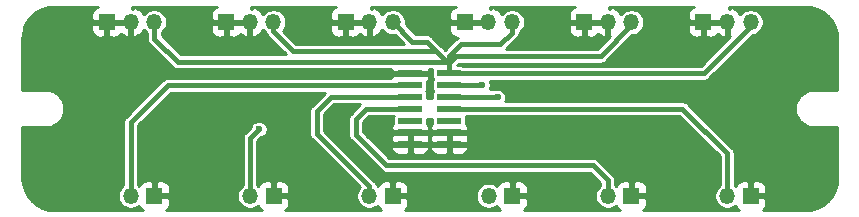
<source format=gtl>
%TF.GenerationSoftware,KiCad,Pcbnew,(5.1.6)-1*%
%TF.CreationDate,2020-09-18T10:34:42+08:00*%
%TF.ProjectId,Nu Multi Board,4e75204d-756c-4746-9920-426f6172642e,rev?*%
%TF.SameCoordinates,Original*%
%TF.FileFunction,Copper,L1,Top*%
%TF.FilePolarity,Positive*%
%FSLAX46Y46*%
G04 Gerber Fmt 4.6, Leading zero omitted, Abs format (unit mm)*
G04 Created by KiCad (PCBNEW (5.1.6)-1) date 2020-09-18 10:34:42*
%MOMM*%
%LPD*%
G01*
G04 APERTURE LIST*
%TA.AperFunction,ComponentPad*%
%ADD10R,1.350000X1.350000*%
%TD*%
%TA.AperFunction,ComponentPad*%
%ADD11O,1.350000X1.350000*%
%TD*%
%TA.AperFunction,SMDPad,CuDef*%
%ADD12R,2.000000X0.500000*%
%TD*%
%TA.AperFunction,ViaPad*%
%ADD13C,0.600000*%
%TD*%
%TA.AperFunction,Conductor*%
%ADD14C,0.408400*%
%TD*%
%TA.AperFunction,Conductor*%
%ADD15C,0.254000*%
%TD*%
G04 APERTURE END LIST*
D10*
%TO.P,J1,1*%
%TO.N,GND*%
X157610000Y-101470000D03*
D11*
%TO.P,J1,2*%
%TO.N,Net-(J1-Pad2)*%
X155610000Y-101470000D03*
%TD*%
D10*
%TO.P,J2,1*%
%TO.N,GND*%
X153600000Y-86750000D03*
D11*
%TO.P,J2,2*%
X155600000Y-86750000D03*
%TO.P,J2,3*%
%TO.N,V+*%
X157600000Y-86750000D03*
%TD*%
D10*
%TO.P,J3,1*%
%TO.N,GND*%
X147510000Y-101470000D03*
D11*
%TO.P,J3,2*%
%TO.N,Net-(J13-Pad6)*%
X145510000Y-101470000D03*
%TD*%
D10*
%TO.P,J4,1*%
%TO.N,GND*%
X143500000Y-86750000D03*
D11*
%TO.P,J4,2*%
X145500000Y-86750000D03*
%TO.P,J4,3*%
%TO.N,V+*%
X147500000Y-86750000D03*
%TD*%
D10*
%TO.P,J5,1*%
%TO.N,GND*%
X137410000Y-101470000D03*
D11*
%TO.P,J5,2*%
%TO.N,Net-(J13-Pad5)*%
X135410000Y-101470000D03*
%TD*%
D10*
%TO.P,J6,1*%
%TO.N,GND*%
X133400000Y-86750000D03*
D11*
%TO.P,J6,2*%
X135400000Y-86750000D03*
%TO.P,J6,3*%
%TO.N,V+*%
X137400000Y-86750000D03*
%TD*%
D10*
%TO.P,J7,1*%
%TO.N,GND*%
X127310000Y-101470000D03*
D11*
%TO.P,J7,2*%
%TO.N,Net-(J13-Pad4)*%
X125310000Y-101470000D03*
%TD*%
D10*
%TO.P,J8,1*%
%TO.N,GND*%
X123300000Y-86750000D03*
D11*
%TO.P,J8,2*%
X125300000Y-86750000D03*
%TO.P,J8,3*%
%TO.N,V+*%
X127300000Y-86750000D03*
%TD*%
D10*
%TO.P,J9,1*%
%TO.N,GND*%
X117210000Y-101470000D03*
D11*
%TO.P,J9,2*%
%TO.N,Net-(J13-Pad3)*%
X115210000Y-101470000D03*
%TD*%
D10*
%TO.P,J10,1*%
%TO.N,GND*%
X113200000Y-86750000D03*
D11*
%TO.P,J10,2*%
X115200000Y-86750000D03*
%TO.P,J10,3*%
%TO.N,V+*%
X117200000Y-86750000D03*
%TD*%
D10*
%TO.P,J11,1*%
%TO.N,GND*%
X167710000Y-101470000D03*
D11*
%TO.P,J11,2*%
%TO.N,Net-(J11-Pad2)*%
X165710000Y-101470000D03*
%TD*%
D10*
%TO.P,J12,1*%
%TO.N,GND*%
X163700000Y-86750000D03*
D11*
%TO.P,J12,2*%
X165700000Y-86750000D03*
%TO.P,J12,3*%
%TO.N,V+*%
X167700000Y-86750000D03*
%TD*%
D12*
%TO.P,J13,1*%
%TO.N,GND*%
X138880000Y-91090000D03*
%TO.P,J13,2*%
%TO.N,V+*%
X142180000Y-91090000D03*
%TO.P,J13,3*%
%TO.N,Net-(J13-Pad3)*%
X138880000Y-92090000D03*
%TO.P,J13,4*%
%TO.N,Net-(J13-Pad4)*%
X142180000Y-92090000D03*
%TO.P,J13,5*%
%TO.N,Net-(J13-Pad5)*%
X138880000Y-93090000D03*
%TO.P,J13,6*%
%TO.N,Net-(J13-Pad6)*%
X142180000Y-93090000D03*
%TO.P,J13,7*%
%TO.N,Net-(J1-Pad2)*%
X138880000Y-94090000D03*
%TO.P,J13,8*%
%TO.N,Net-(J11-Pad2)*%
X142180000Y-94090000D03*
%TO.P,J13,9*%
%TO.N,Net-(J13-Pad9)*%
X138880000Y-95090000D03*
%TO.P,J13,10*%
%TO.N,Net-(J13-Pad10)*%
X142180000Y-95090000D03*
%TO.P,J13,11*%
%TO.N,GND*%
X138880000Y-96090000D03*
%TO.P,J13,12*%
X142180000Y-96090000D03*
%TO.P,J13,13*%
X138880000Y-97090000D03*
%TO.P,J13,14*%
X142180000Y-97090000D03*
%TD*%
D13*
%TO.N,Net-(J13-Pad6)*%
X146270000Y-93120000D03*
%TO.N,Net-(J13-Pad4)*%
X144970000Y-92090000D03*
X126070000Y-95820000D03*
%TD*%
D14*
%TO.N,Net-(J1-Pad2)*%
X155610000Y-101470000D02*
X155610000Y-100130000D01*
X135150000Y-94090000D02*
X138880000Y-94090000D01*
X134260000Y-94980000D02*
X135150000Y-94090000D01*
X134260000Y-96280000D02*
X134260000Y-94980000D01*
X136850000Y-98870000D02*
X134260000Y-96280000D01*
X154350000Y-98870000D02*
X136850000Y-98870000D01*
X155610000Y-100130000D02*
X154350000Y-98870000D01*
%TO.N,V+*%
X117200000Y-86750000D02*
X117200000Y-88150000D01*
X142110000Y-90130000D02*
X142180000Y-90200000D01*
X119180000Y-90130000D02*
X142110000Y-90130000D01*
X117200000Y-88150000D02*
X119180000Y-90130000D01*
X127300000Y-86750000D02*
X127300000Y-87540000D01*
X128970000Y-89210000D02*
X141060000Y-89210000D01*
X127300000Y-87540000D02*
X128970000Y-89210000D01*
X167700000Y-86750000D02*
X167700000Y-87120000D01*
X167700000Y-87120000D02*
X163730000Y-91090000D01*
X163730000Y-91090000D02*
X142180000Y-91090000D01*
X157600000Y-86750000D02*
X157600000Y-87040000D01*
X157600000Y-87040000D02*
X154990000Y-89650000D01*
X154990000Y-89650000D02*
X142730000Y-89650000D01*
X142730000Y-89650000D02*
X142180000Y-90200000D01*
X142180000Y-91090000D02*
X142180000Y-90200000D01*
X142180000Y-90200000D02*
X142180000Y-89620000D01*
X147500000Y-87640000D02*
X147500000Y-86750000D01*
X146520000Y-88620000D02*
X147500000Y-87640000D01*
X143180000Y-88620000D02*
X146520000Y-88620000D01*
X142180000Y-89620000D02*
X143180000Y-88620000D01*
X142180000Y-91090000D02*
X142180000Y-90330000D01*
X139070000Y-88420000D02*
X137400000Y-86750000D01*
X140270000Y-88420000D02*
X139070000Y-88420000D01*
X142180000Y-90330000D02*
X141060000Y-89210000D01*
X141060000Y-89210000D02*
X140270000Y-88420000D01*
%TO.N,Net-(J13-Pad5)*%
X135410000Y-101470000D02*
X135410000Y-100660000D01*
X132150000Y-93090000D02*
X138880000Y-93090000D01*
X130950000Y-94290000D02*
X132150000Y-93090000D01*
X130950000Y-96200000D02*
X130950000Y-94290000D01*
X135410000Y-100660000D02*
X130950000Y-96200000D01*
%TO.N,Net-(J13-Pad6)*%
X146240000Y-93090000D02*
X142180000Y-93090000D01*
X146270000Y-93120000D02*
X146240000Y-93090000D01*
%TO.N,Net-(J11-Pad2)*%
X165710000Y-101470000D02*
X165710000Y-97870000D01*
X161930000Y-94090000D02*
X142180000Y-94090000D01*
X165710000Y-97870000D02*
X161930000Y-94090000D01*
%TO.N,Net-(J13-Pad4)*%
X125310000Y-101470000D02*
X125310000Y-96580000D01*
X144970000Y-92090000D02*
X142180000Y-92090000D01*
X125310000Y-96580000D02*
X126070000Y-95820000D01*
%TO.N,Net-(J13-Pad3)*%
X115210000Y-101470000D02*
X115210000Y-95230000D01*
X118350000Y-92090000D02*
X138880000Y-92090000D01*
X115210000Y-95230000D02*
X118350000Y-92090000D01*
%TD*%
D15*
%TO.N,GND*%
G36*
X133835602Y-94511748D02*
G01*
X133811516Y-94531515D01*
X133791749Y-94555601D01*
X133732637Y-94627628D01*
X133674027Y-94737282D01*
X133637933Y-94856264D01*
X133625747Y-94980000D01*
X133628801Y-95011010D01*
X133628800Y-96249000D01*
X133625747Y-96280000D01*
X133628800Y-96311000D01*
X133628800Y-96311007D01*
X133637933Y-96403736D01*
X133674026Y-96522717D01*
X133732637Y-96632372D01*
X133811515Y-96728485D01*
X133835607Y-96748257D01*
X136381747Y-99294398D01*
X136401515Y-99318485D01*
X136497627Y-99397363D01*
X136607282Y-99455974D01*
X136726263Y-99492067D01*
X136818992Y-99501200D01*
X136818999Y-99501200D01*
X136849999Y-99504253D01*
X136880999Y-99501200D01*
X154088550Y-99501200D01*
X154978801Y-100391452D01*
X154978801Y-100566390D01*
X154907516Y-100614021D01*
X154754021Y-100767516D01*
X154633420Y-100948007D01*
X154550349Y-101148558D01*
X154508000Y-101361462D01*
X154508000Y-101578538D01*
X154550349Y-101791442D01*
X154633420Y-101991993D01*
X154754021Y-102172484D01*
X154907516Y-102325979D01*
X155088007Y-102446580D01*
X155288558Y-102529651D01*
X155501462Y-102572000D01*
X155718538Y-102572000D01*
X155931442Y-102529651D01*
X156131993Y-102446580D01*
X156312484Y-102325979D01*
X156323104Y-102315359D01*
X156345498Y-102389180D01*
X156404463Y-102499494D01*
X156483815Y-102596185D01*
X156580506Y-102675537D01*
X156613176Y-102693000D01*
X148506824Y-102693000D01*
X148539494Y-102675537D01*
X148636185Y-102596185D01*
X148715537Y-102499494D01*
X148774502Y-102389180D01*
X148810812Y-102269482D01*
X148823072Y-102145000D01*
X148820000Y-101755750D01*
X148661250Y-101597000D01*
X147637000Y-101597000D01*
X147637000Y-101617000D01*
X147383000Y-101617000D01*
X147383000Y-101597000D01*
X147363000Y-101597000D01*
X147363000Y-101343000D01*
X147383000Y-101343000D01*
X147383000Y-100318750D01*
X147637000Y-100318750D01*
X147637000Y-101343000D01*
X148661250Y-101343000D01*
X148820000Y-101184250D01*
X148823072Y-100795000D01*
X148810812Y-100670518D01*
X148774502Y-100550820D01*
X148715537Y-100440506D01*
X148636185Y-100343815D01*
X148539494Y-100264463D01*
X148429180Y-100205498D01*
X148309482Y-100169188D01*
X148185000Y-100156928D01*
X147795750Y-100160000D01*
X147637000Y-100318750D01*
X147383000Y-100318750D01*
X147224250Y-100160000D01*
X146835000Y-100156928D01*
X146710518Y-100169188D01*
X146590820Y-100205498D01*
X146480506Y-100264463D01*
X146383815Y-100343815D01*
X146304463Y-100440506D01*
X146245498Y-100550820D01*
X146223104Y-100624641D01*
X146212484Y-100614021D01*
X146031993Y-100493420D01*
X145831442Y-100410349D01*
X145618538Y-100368000D01*
X145401462Y-100368000D01*
X145188558Y-100410349D01*
X144988007Y-100493420D01*
X144807516Y-100614021D01*
X144654021Y-100767516D01*
X144533420Y-100948007D01*
X144450349Y-101148558D01*
X144408000Y-101361462D01*
X144408000Y-101578538D01*
X144450349Y-101791442D01*
X144533420Y-101991993D01*
X144654021Y-102172484D01*
X144807516Y-102325979D01*
X144988007Y-102446580D01*
X145188558Y-102529651D01*
X145401462Y-102572000D01*
X145618538Y-102572000D01*
X145831442Y-102529651D01*
X146031993Y-102446580D01*
X146212484Y-102325979D01*
X146223104Y-102315359D01*
X146245498Y-102389180D01*
X146304463Y-102499494D01*
X146383815Y-102596185D01*
X146480506Y-102675537D01*
X146513176Y-102693000D01*
X138406824Y-102693000D01*
X138439494Y-102675537D01*
X138536185Y-102596185D01*
X138615537Y-102499494D01*
X138674502Y-102389180D01*
X138710812Y-102269482D01*
X138723072Y-102145000D01*
X138720000Y-101755750D01*
X138561250Y-101597000D01*
X137537000Y-101597000D01*
X137537000Y-101617000D01*
X137283000Y-101617000D01*
X137283000Y-101597000D01*
X137263000Y-101597000D01*
X137263000Y-101343000D01*
X137283000Y-101343000D01*
X137283000Y-100318750D01*
X137537000Y-100318750D01*
X137537000Y-101343000D01*
X138561250Y-101343000D01*
X138720000Y-101184250D01*
X138723072Y-100795000D01*
X138710812Y-100670518D01*
X138674502Y-100550820D01*
X138615537Y-100440506D01*
X138536185Y-100343815D01*
X138439494Y-100264463D01*
X138329180Y-100205498D01*
X138209482Y-100169188D01*
X138085000Y-100156928D01*
X137695750Y-100160000D01*
X137537000Y-100318750D01*
X137283000Y-100318750D01*
X137124250Y-100160000D01*
X136735000Y-100156928D01*
X136610518Y-100169188D01*
X136490820Y-100205498D01*
X136380506Y-100264463D01*
X136283815Y-100343815D01*
X136204463Y-100440506D01*
X136145498Y-100550820D01*
X136123104Y-100624641D01*
X136112484Y-100614021D01*
X136034600Y-100561980D01*
X136032067Y-100536263D01*
X135995974Y-100417282D01*
X135937363Y-100307627D01*
X135885680Y-100244652D01*
X135878251Y-100235599D01*
X135878248Y-100235596D01*
X135858485Y-100211515D01*
X135834404Y-100191752D01*
X131581200Y-95938550D01*
X131581200Y-94551450D01*
X132411452Y-93721200D01*
X134626149Y-93721200D01*
X133835602Y-94511748D01*
G37*
X133835602Y-94511748D02*
X133811516Y-94531515D01*
X133791749Y-94555601D01*
X133732637Y-94627628D01*
X133674027Y-94737282D01*
X133637933Y-94856264D01*
X133625747Y-94980000D01*
X133628801Y-95011010D01*
X133628800Y-96249000D01*
X133625747Y-96280000D01*
X133628800Y-96311000D01*
X133628800Y-96311007D01*
X133637933Y-96403736D01*
X133674026Y-96522717D01*
X133732637Y-96632372D01*
X133811515Y-96728485D01*
X133835607Y-96748257D01*
X136381747Y-99294398D01*
X136401515Y-99318485D01*
X136497627Y-99397363D01*
X136607282Y-99455974D01*
X136726263Y-99492067D01*
X136818992Y-99501200D01*
X136818999Y-99501200D01*
X136849999Y-99504253D01*
X136880999Y-99501200D01*
X154088550Y-99501200D01*
X154978801Y-100391452D01*
X154978801Y-100566390D01*
X154907516Y-100614021D01*
X154754021Y-100767516D01*
X154633420Y-100948007D01*
X154550349Y-101148558D01*
X154508000Y-101361462D01*
X154508000Y-101578538D01*
X154550349Y-101791442D01*
X154633420Y-101991993D01*
X154754021Y-102172484D01*
X154907516Y-102325979D01*
X155088007Y-102446580D01*
X155288558Y-102529651D01*
X155501462Y-102572000D01*
X155718538Y-102572000D01*
X155931442Y-102529651D01*
X156131993Y-102446580D01*
X156312484Y-102325979D01*
X156323104Y-102315359D01*
X156345498Y-102389180D01*
X156404463Y-102499494D01*
X156483815Y-102596185D01*
X156580506Y-102675537D01*
X156613176Y-102693000D01*
X148506824Y-102693000D01*
X148539494Y-102675537D01*
X148636185Y-102596185D01*
X148715537Y-102499494D01*
X148774502Y-102389180D01*
X148810812Y-102269482D01*
X148823072Y-102145000D01*
X148820000Y-101755750D01*
X148661250Y-101597000D01*
X147637000Y-101597000D01*
X147637000Y-101617000D01*
X147383000Y-101617000D01*
X147383000Y-101597000D01*
X147363000Y-101597000D01*
X147363000Y-101343000D01*
X147383000Y-101343000D01*
X147383000Y-100318750D01*
X147637000Y-100318750D01*
X147637000Y-101343000D01*
X148661250Y-101343000D01*
X148820000Y-101184250D01*
X148823072Y-100795000D01*
X148810812Y-100670518D01*
X148774502Y-100550820D01*
X148715537Y-100440506D01*
X148636185Y-100343815D01*
X148539494Y-100264463D01*
X148429180Y-100205498D01*
X148309482Y-100169188D01*
X148185000Y-100156928D01*
X147795750Y-100160000D01*
X147637000Y-100318750D01*
X147383000Y-100318750D01*
X147224250Y-100160000D01*
X146835000Y-100156928D01*
X146710518Y-100169188D01*
X146590820Y-100205498D01*
X146480506Y-100264463D01*
X146383815Y-100343815D01*
X146304463Y-100440506D01*
X146245498Y-100550820D01*
X146223104Y-100624641D01*
X146212484Y-100614021D01*
X146031993Y-100493420D01*
X145831442Y-100410349D01*
X145618538Y-100368000D01*
X145401462Y-100368000D01*
X145188558Y-100410349D01*
X144988007Y-100493420D01*
X144807516Y-100614021D01*
X144654021Y-100767516D01*
X144533420Y-100948007D01*
X144450349Y-101148558D01*
X144408000Y-101361462D01*
X144408000Y-101578538D01*
X144450349Y-101791442D01*
X144533420Y-101991993D01*
X144654021Y-102172484D01*
X144807516Y-102325979D01*
X144988007Y-102446580D01*
X145188558Y-102529651D01*
X145401462Y-102572000D01*
X145618538Y-102572000D01*
X145831442Y-102529651D01*
X146031993Y-102446580D01*
X146212484Y-102325979D01*
X146223104Y-102315359D01*
X146245498Y-102389180D01*
X146304463Y-102499494D01*
X146383815Y-102596185D01*
X146480506Y-102675537D01*
X146513176Y-102693000D01*
X138406824Y-102693000D01*
X138439494Y-102675537D01*
X138536185Y-102596185D01*
X138615537Y-102499494D01*
X138674502Y-102389180D01*
X138710812Y-102269482D01*
X138723072Y-102145000D01*
X138720000Y-101755750D01*
X138561250Y-101597000D01*
X137537000Y-101597000D01*
X137537000Y-101617000D01*
X137283000Y-101617000D01*
X137283000Y-101597000D01*
X137263000Y-101597000D01*
X137263000Y-101343000D01*
X137283000Y-101343000D01*
X137283000Y-100318750D01*
X137537000Y-100318750D01*
X137537000Y-101343000D01*
X138561250Y-101343000D01*
X138720000Y-101184250D01*
X138723072Y-100795000D01*
X138710812Y-100670518D01*
X138674502Y-100550820D01*
X138615537Y-100440506D01*
X138536185Y-100343815D01*
X138439494Y-100264463D01*
X138329180Y-100205498D01*
X138209482Y-100169188D01*
X138085000Y-100156928D01*
X137695750Y-100160000D01*
X137537000Y-100318750D01*
X137283000Y-100318750D01*
X137124250Y-100160000D01*
X136735000Y-100156928D01*
X136610518Y-100169188D01*
X136490820Y-100205498D01*
X136380506Y-100264463D01*
X136283815Y-100343815D01*
X136204463Y-100440506D01*
X136145498Y-100550820D01*
X136123104Y-100624641D01*
X136112484Y-100614021D01*
X136034600Y-100561980D01*
X136032067Y-100536263D01*
X135995974Y-100417282D01*
X135937363Y-100307627D01*
X135885680Y-100244652D01*
X135878251Y-100235599D01*
X135878248Y-100235596D01*
X135858485Y-100211515D01*
X135834404Y-100191752D01*
X131581200Y-95938550D01*
X131581200Y-94551450D01*
X132411452Y-93721200D01*
X134626149Y-93721200D01*
X133835602Y-94511748D01*
G36*
X172818163Y-85502055D02*
G01*
X173335838Y-85658349D01*
X173813291Y-85912216D01*
X174232337Y-86253982D01*
X174577025Y-86670638D01*
X174834217Y-87146303D01*
X174994122Y-87662872D01*
X175053001Y-88223071D01*
X175053000Y-92493000D01*
X173006577Y-92493000D01*
X172982381Y-92495383D01*
X172968094Y-92495383D01*
X172961470Y-92496080D01*
X172748125Y-92520011D01*
X172705819Y-92529003D01*
X172663430Y-92537396D01*
X172657071Y-92539365D01*
X172657065Y-92539366D01*
X172657059Y-92539368D01*
X172452434Y-92604279D01*
X172412682Y-92621316D01*
X172372727Y-92637784D01*
X172366868Y-92640952D01*
X172178740Y-92744376D01*
X172143049Y-92768814D01*
X172107058Y-92792726D01*
X172101933Y-92796966D01*
X172101926Y-92796971D01*
X172101921Y-92796977D01*
X171937470Y-92934967D01*
X171907200Y-92965877D01*
X171876545Y-92996318D01*
X171872341Y-93001474D01*
X171872335Y-93001480D01*
X171872331Y-93001487D01*
X171737815Y-93168790D01*
X171714132Y-93204981D01*
X171689966Y-93240808D01*
X171686839Y-93246689D01*
X171587378Y-93436942D01*
X171571179Y-93477035D01*
X171554430Y-93516879D01*
X171552505Y-93523255D01*
X171491891Y-93729204D01*
X171483783Y-93771709D01*
X171475097Y-93814021D01*
X171474447Y-93820649D01*
X171454990Y-94034448D01*
X171455292Y-94077712D01*
X171454990Y-94120910D01*
X171455640Y-94127538D01*
X171478080Y-94341045D01*
X171486772Y-94383388D01*
X171494874Y-94425865D01*
X171496798Y-94432234D01*
X171496799Y-94432238D01*
X171496800Y-94432240D01*
X171560284Y-94637321D01*
X171577025Y-94677148D01*
X171593231Y-94717259D01*
X171596357Y-94723136D01*
X171596359Y-94723141D01*
X171596362Y-94723145D01*
X171698466Y-94911984D01*
X171722633Y-94947813D01*
X171746313Y-94984001D01*
X171750523Y-94989162D01*
X171887366Y-95154578D01*
X171918086Y-95185085D01*
X171948293Y-95215932D01*
X171953413Y-95220167D01*
X171953422Y-95220176D01*
X171953432Y-95220182D01*
X172119792Y-95355862D01*
X172155826Y-95379803D01*
X172191472Y-95404211D01*
X172197330Y-95407379D01*
X172386884Y-95508167D01*
X172426861Y-95524644D01*
X172466592Y-95541673D01*
X172472951Y-95543641D01*
X172472957Y-95543643D01*
X172678474Y-95605692D01*
X172720865Y-95614086D01*
X172763172Y-95623079D01*
X172769794Y-95623775D01*
X172769796Y-95623775D01*
X172983454Y-95644724D01*
X172983469Y-95644724D01*
X173006577Y-95647000D01*
X175053001Y-95647000D01*
X175053000Y-99896675D01*
X174997945Y-100458168D01*
X174841651Y-100975839D01*
X174587786Y-101453288D01*
X174246018Y-101872338D01*
X173829364Y-102217024D01*
X173353697Y-102474217D01*
X172837128Y-102634122D01*
X172276938Y-102693000D01*
X168706824Y-102693000D01*
X168739494Y-102675537D01*
X168836185Y-102596185D01*
X168915537Y-102499494D01*
X168974502Y-102389180D01*
X169010812Y-102269482D01*
X169023072Y-102145000D01*
X169020000Y-101755750D01*
X168861250Y-101597000D01*
X167837000Y-101597000D01*
X167837000Y-101617000D01*
X167583000Y-101617000D01*
X167583000Y-101597000D01*
X167563000Y-101597000D01*
X167563000Y-101343000D01*
X167583000Y-101343000D01*
X167583000Y-100318750D01*
X167837000Y-100318750D01*
X167837000Y-101343000D01*
X168861250Y-101343000D01*
X169020000Y-101184250D01*
X169023072Y-100795000D01*
X169010812Y-100670518D01*
X168974502Y-100550820D01*
X168915537Y-100440506D01*
X168836185Y-100343815D01*
X168739494Y-100264463D01*
X168629180Y-100205498D01*
X168509482Y-100169188D01*
X168385000Y-100156928D01*
X167995750Y-100160000D01*
X167837000Y-100318750D01*
X167583000Y-100318750D01*
X167424250Y-100160000D01*
X167035000Y-100156928D01*
X166910518Y-100169188D01*
X166790820Y-100205498D01*
X166680506Y-100264463D01*
X166583815Y-100343815D01*
X166504463Y-100440506D01*
X166445498Y-100550820D01*
X166423104Y-100624641D01*
X166412484Y-100614021D01*
X166341200Y-100566390D01*
X166341200Y-97900999D01*
X166344253Y-97869999D01*
X166341200Y-97838999D01*
X166341200Y-97838992D01*
X166332067Y-97746263D01*
X166295974Y-97627282D01*
X166237363Y-97517627D01*
X166199014Y-97470900D01*
X166178251Y-97445599D01*
X166178248Y-97445596D01*
X166158485Y-97421515D01*
X166134404Y-97401752D01*
X162398257Y-93665607D01*
X162378485Y-93641515D01*
X162282373Y-93562637D01*
X162172718Y-93504026D01*
X162053737Y-93467933D01*
X161961008Y-93458800D01*
X161961000Y-93458800D01*
X161930000Y-93455747D01*
X161899000Y-93458800D01*
X146916564Y-93458800D01*
X146969062Y-93332058D01*
X146997000Y-93191603D01*
X146997000Y-93048397D01*
X146969062Y-92907942D01*
X146914259Y-92775636D01*
X146834698Y-92656564D01*
X146733436Y-92555302D01*
X146614364Y-92475741D01*
X146482058Y-92420938D01*
X146341603Y-92393000D01*
X146198397Y-92393000D01*
X146057942Y-92420938D01*
X145966535Y-92458800D01*
X145597931Y-92458800D01*
X145614259Y-92434364D01*
X145669062Y-92302058D01*
X145697000Y-92161603D01*
X145697000Y-92018397D01*
X145669062Y-91877942D01*
X145614259Y-91745636D01*
X145597931Y-91721200D01*
X163699000Y-91721200D01*
X163730000Y-91724253D01*
X163761000Y-91721200D01*
X163761008Y-91721200D01*
X163853737Y-91712067D01*
X163972718Y-91675974D01*
X164082373Y-91617363D01*
X164178485Y-91538485D01*
X164198257Y-91514393D01*
X167873591Y-87839060D01*
X168021442Y-87809651D01*
X168221993Y-87726580D01*
X168402484Y-87605979D01*
X168555979Y-87452484D01*
X168676580Y-87271993D01*
X168759651Y-87071442D01*
X168802000Y-86858538D01*
X168802000Y-86641462D01*
X168759651Y-86428558D01*
X168676580Y-86228007D01*
X168555979Y-86047516D01*
X168402484Y-85894021D01*
X168221993Y-85773420D01*
X168021442Y-85690349D01*
X167808538Y-85648000D01*
X167591462Y-85648000D01*
X167378558Y-85690349D01*
X167178007Y-85773420D01*
X166997516Y-85894021D01*
X166844021Y-86047516D01*
X166820281Y-86083045D01*
X166745344Y-85960463D01*
X166571227Y-85771697D01*
X166363629Y-85620527D01*
X166130528Y-85512762D01*
X166029400Y-85482090D01*
X165827002Y-85605775D01*
X165827002Y-85447000D01*
X172256676Y-85447000D01*
X172818163Y-85502055D01*
G37*
X172818163Y-85502055D02*
X173335838Y-85658349D01*
X173813291Y-85912216D01*
X174232337Y-86253982D01*
X174577025Y-86670638D01*
X174834217Y-87146303D01*
X174994122Y-87662872D01*
X175053001Y-88223071D01*
X175053000Y-92493000D01*
X173006577Y-92493000D01*
X172982381Y-92495383D01*
X172968094Y-92495383D01*
X172961470Y-92496080D01*
X172748125Y-92520011D01*
X172705819Y-92529003D01*
X172663430Y-92537396D01*
X172657071Y-92539365D01*
X172657065Y-92539366D01*
X172657059Y-92539368D01*
X172452434Y-92604279D01*
X172412682Y-92621316D01*
X172372727Y-92637784D01*
X172366868Y-92640952D01*
X172178740Y-92744376D01*
X172143049Y-92768814D01*
X172107058Y-92792726D01*
X172101933Y-92796966D01*
X172101926Y-92796971D01*
X172101921Y-92796977D01*
X171937470Y-92934967D01*
X171907200Y-92965877D01*
X171876545Y-92996318D01*
X171872341Y-93001474D01*
X171872335Y-93001480D01*
X171872331Y-93001487D01*
X171737815Y-93168790D01*
X171714132Y-93204981D01*
X171689966Y-93240808D01*
X171686839Y-93246689D01*
X171587378Y-93436942D01*
X171571179Y-93477035D01*
X171554430Y-93516879D01*
X171552505Y-93523255D01*
X171491891Y-93729204D01*
X171483783Y-93771709D01*
X171475097Y-93814021D01*
X171474447Y-93820649D01*
X171454990Y-94034448D01*
X171455292Y-94077712D01*
X171454990Y-94120910D01*
X171455640Y-94127538D01*
X171478080Y-94341045D01*
X171486772Y-94383388D01*
X171494874Y-94425865D01*
X171496798Y-94432234D01*
X171496799Y-94432238D01*
X171496800Y-94432240D01*
X171560284Y-94637321D01*
X171577025Y-94677148D01*
X171593231Y-94717259D01*
X171596357Y-94723136D01*
X171596359Y-94723141D01*
X171596362Y-94723145D01*
X171698466Y-94911984D01*
X171722633Y-94947813D01*
X171746313Y-94984001D01*
X171750523Y-94989162D01*
X171887366Y-95154578D01*
X171918086Y-95185085D01*
X171948293Y-95215932D01*
X171953413Y-95220167D01*
X171953422Y-95220176D01*
X171953432Y-95220182D01*
X172119792Y-95355862D01*
X172155826Y-95379803D01*
X172191472Y-95404211D01*
X172197330Y-95407379D01*
X172386884Y-95508167D01*
X172426861Y-95524644D01*
X172466592Y-95541673D01*
X172472951Y-95543641D01*
X172472957Y-95543643D01*
X172678474Y-95605692D01*
X172720865Y-95614086D01*
X172763172Y-95623079D01*
X172769794Y-95623775D01*
X172769796Y-95623775D01*
X172983454Y-95644724D01*
X172983469Y-95644724D01*
X173006577Y-95647000D01*
X175053001Y-95647000D01*
X175053000Y-99896675D01*
X174997945Y-100458168D01*
X174841651Y-100975839D01*
X174587786Y-101453288D01*
X174246018Y-101872338D01*
X173829364Y-102217024D01*
X173353697Y-102474217D01*
X172837128Y-102634122D01*
X172276938Y-102693000D01*
X168706824Y-102693000D01*
X168739494Y-102675537D01*
X168836185Y-102596185D01*
X168915537Y-102499494D01*
X168974502Y-102389180D01*
X169010812Y-102269482D01*
X169023072Y-102145000D01*
X169020000Y-101755750D01*
X168861250Y-101597000D01*
X167837000Y-101597000D01*
X167837000Y-101617000D01*
X167583000Y-101617000D01*
X167583000Y-101597000D01*
X167563000Y-101597000D01*
X167563000Y-101343000D01*
X167583000Y-101343000D01*
X167583000Y-100318750D01*
X167837000Y-100318750D01*
X167837000Y-101343000D01*
X168861250Y-101343000D01*
X169020000Y-101184250D01*
X169023072Y-100795000D01*
X169010812Y-100670518D01*
X168974502Y-100550820D01*
X168915537Y-100440506D01*
X168836185Y-100343815D01*
X168739494Y-100264463D01*
X168629180Y-100205498D01*
X168509482Y-100169188D01*
X168385000Y-100156928D01*
X167995750Y-100160000D01*
X167837000Y-100318750D01*
X167583000Y-100318750D01*
X167424250Y-100160000D01*
X167035000Y-100156928D01*
X166910518Y-100169188D01*
X166790820Y-100205498D01*
X166680506Y-100264463D01*
X166583815Y-100343815D01*
X166504463Y-100440506D01*
X166445498Y-100550820D01*
X166423104Y-100624641D01*
X166412484Y-100614021D01*
X166341200Y-100566390D01*
X166341200Y-97900999D01*
X166344253Y-97869999D01*
X166341200Y-97838999D01*
X166341200Y-97838992D01*
X166332067Y-97746263D01*
X166295974Y-97627282D01*
X166237363Y-97517627D01*
X166199014Y-97470900D01*
X166178251Y-97445599D01*
X166178248Y-97445596D01*
X166158485Y-97421515D01*
X166134404Y-97401752D01*
X162398257Y-93665607D01*
X162378485Y-93641515D01*
X162282373Y-93562637D01*
X162172718Y-93504026D01*
X162053737Y-93467933D01*
X161961008Y-93458800D01*
X161961000Y-93458800D01*
X161930000Y-93455747D01*
X161899000Y-93458800D01*
X146916564Y-93458800D01*
X146969062Y-93332058D01*
X146997000Y-93191603D01*
X146997000Y-93048397D01*
X146969062Y-92907942D01*
X146914259Y-92775636D01*
X146834698Y-92656564D01*
X146733436Y-92555302D01*
X146614364Y-92475741D01*
X146482058Y-92420938D01*
X146341603Y-92393000D01*
X146198397Y-92393000D01*
X146057942Y-92420938D01*
X145966535Y-92458800D01*
X145597931Y-92458800D01*
X145614259Y-92434364D01*
X145669062Y-92302058D01*
X145697000Y-92161603D01*
X145697000Y-92018397D01*
X145669062Y-91877942D01*
X145614259Y-91745636D01*
X145597931Y-91721200D01*
X163699000Y-91721200D01*
X163730000Y-91724253D01*
X163761000Y-91721200D01*
X163761008Y-91721200D01*
X163853737Y-91712067D01*
X163972718Y-91675974D01*
X164082373Y-91617363D01*
X164178485Y-91538485D01*
X164198257Y-91514393D01*
X167873591Y-87839060D01*
X168021442Y-87809651D01*
X168221993Y-87726580D01*
X168402484Y-87605979D01*
X168555979Y-87452484D01*
X168676580Y-87271993D01*
X168759651Y-87071442D01*
X168802000Y-86858538D01*
X168802000Y-86641462D01*
X168759651Y-86428558D01*
X168676580Y-86228007D01*
X168555979Y-86047516D01*
X168402484Y-85894021D01*
X168221993Y-85773420D01*
X168021442Y-85690349D01*
X167808538Y-85648000D01*
X167591462Y-85648000D01*
X167378558Y-85690349D01*
X167178007Y-85773420D01*
X166997516Y-85894021D01*
X166844021Y-86047516D01*
X166820281Y-86083045D01*
X166745344Y-85960463D01*
X166571227Y-85771697D01*
X166363629Y-85620527D01*
X166130528Y-85512762D01*
X166029400Y-85482090D01*
X165827002Y-85605775D01*
X165827002Y-85447000D01*
X172256676Y-85447000D01*
X172818163Y-85502055D01*
G36*
X130525602Y-93821748D02*
G01*
X130501516Y-93841515D01*
X130477642Y-93870605D01*
X130422637Y-93937628D01*
X130364027Y-94047282D01*
X130327933Y-94166264D01*
X130315747Y-94290000D01*
X130318801Y-94321010D01*
X130318800Y-96169000D01*
X130315747Y-96200000D01*
X130318800Y-96231000D01*
X130318800Y-96231007D01*
X130327933Y-96323736D01*
X130364026Y-96442717D01*
X130422637Y-96552372D01*
X130501515Y-96648485D01*
X130525607Y-96668257D01*
X134589443Y-100732094D01*
X134554021Y-100767516D01*
X134433420Y-100948007D01*
X134350349Y-101148558D01*
X134308000Y-101361462D01*
X134308000Y-101578538D01*
X134350349Y-101791442D01*
X134433420Y-101991993D01*
X134554021Y-102172484D01*
X134707516Y-102325979D01*
X134888007Y-102446580D01*
X135088558Y-102529651D01*
X135301462Y-102572000D01*
X135518538Y-102572000D01*
X135731442Y-102529651D01*
X135931993Y-102446580D01*
X136112484Y-102325979D01*
X136123104Y-102315359D01*
X136145498Y-102389180D01*
X136204463Y-102499494D01*
X136283815Y-102596185D01*
X136380506Y-102675537D01*
X136413176Y-102693000D01*
X128306824Y-102693000D01*
X128339494Y-102675537D01*
X128436185Y-102596185D01*
X128515537Y-102499494D01*
X128574502Y-102389180D01*
X128610812Y-102269482D01*
X128623072Y-102145000D01*
X128620000Y-101755750D01*
X128461250Y-101597000D01*
X127437000Y-101597000D01*
X127437000Y-101617000D01*
X127183000Y-101617000D01*
X127183000Y-101597000D01*
X127163000Y-101597000D01*
X127163000Y-101343000D01*
X127183000Y-101343000D01*
X127183000Y-100318750D01*
X127437000Y-100318750D01*
X127437000Y-101343000D01*
X128461250Y-101343000D01*
X128620000Y-101184250D01*
X128623072Y-100795000D01*
X128610812Y-100670518D01*
X128574502Y-100550820D01*
X128515537Y-100440506D01*
X128436185Y-100343815D01*
X128339494Y-100264463D01*
X128229180Y-100205498D01*
X128109482Y-100169188D01*
X127985000Y-100156928D01*
X127595750Y-100160000D01*
X127437000Y-100318750D01*
X127183000Y-100318750D01*
X127024250Y-100160000D01*
X126635000Y-100156928D01*
X126510518Y-100169188D01*
X126390820Y-100205498D01*
X126280506Y-100264463D01*
X126183815Y-100343815D01*
X126104463Y-100440506D01*
X126045498Y-100550820D01*
X126023104Y-100624641D01*
X126012484Y-100614021D01*
X125941200Y-100566390D01*
X125941200Y-96841451D01*
X126259004Y-96523648D01*
X126282058Y-96519062D01*
X126414364Y-96464259D01*
X126533436Y-96384698D01*
X126634698Y-96283436D01*
X126714259Y-96164364D01*
X126769062Y-96032058D01*
X126797000Y-95891603D01*
X126797000Y-95748397D01*
X126769062Y-95607942D01*
X126714259Y-95475636D01*
X126634698Y-95356564D01*
X126533436Y-95255302D01*
X126414364Y-95175741D01*
X126282058Y-95120938D01*
X126141603Y-95093000D01*
X125998397Y-95093000D01*
X125857942Y-95120938D01*
X125725636Y-95175741D01*
X125606564Y-95255302D01*
X125505302Y-95356564D01*
X125425741Y-95475636D01*
X125370938Y-95607942D01*
X125366352Y-95630996D01*
X124885602Y-96111748D01*
X124861516Y-96131515D01*
X124841749Y-96155601D01*
X124782637Y-96227628D01*
X124724027Y-96337282D01*
X124687933Y-96456264D01*
X124675747Y-96580000D01*
X124678801Y-96611010D01*
X124678800Y-100566390D01*
X124607516Y-100614021D01*
X124454021Y-100767516D01*
X124333420Y-100948007D01*
X124250349Y-101148558D01*
X124208000Y-101361462D01*
X124208000Y-101578538D01*
X124250349Y-101791442D01*
X124333420Y-101991993D01*
X124454021Y-102172484D01*
X124607516Y-102325979D01*
X124788007Y-102446580D01*
X124988558Y-102529651D01*
X125201462Y-102572000D01*
X125418538Y-102572000D01*
X125631442Y-102529651D01*
X125831993Y-102446580D01*
X126012484Y-102325979D01*
X126023104Y-102315359D01*
X126045498Y-102389180D01*
X126104463Y-102499494D01*
X126183815Y-102596185D01*
X126280506Y-102675537D01*
X126313176Y-102693000D01*
X118206824Y-102693000D01*
X118239494Y-102675537D01*
X118336185Y-102596185D01*
X118415537Y-102499494D01*
X118474502Y-102389180D01*
X118510812Y-102269482D01*
X118523072Y-102145000D01*
X118520000Y-101755750D01*
X118361250Y-101597000D01*
X117337000Y-101597000D01*
X117337000Y-101617000D01*
X117083000Y-101617000D01*
X117083000Y-101597000D01*
X117063000Y-101597000D01*
X117063000Y-101343000D01*
X117083000Y-101343000D01*
X117083000Y-100318750D01*
X117337000Y-100318750D01*
X117337000Y-101343000D01*
X118361250Y-101343000D01*
X118520000Y-101184250D01*
X118523072Y-100795000D01*
X118510812Y-100670518D01*
X118474502Y-100550820D01*
X118415537Y-100440506D01*
X118336185Y-100343815D01*
X118239494Y-100264463D01*
X118129180Y-100205498D01*
X118009482Y-100169188D01*
X117885000Y-100156928D01*
X117495750Y-100160000D01*
X117337000Y-100318750D01*
X117083000Y-100318750D01*
X116924250Y-100160000D01*
X116535000Y-100156928D01*
X116410518Y-100169188D01*
X116290820Y-100205498D01*
X116180506Y-100264463D01*
X116083815Y-100343815D01*
X116004463Y-100440506D01*
X115945498Y-100550820D01*
X115923104Y-100624641D01*
X115912484Y-100614021D01*
X115841200Y-100566390D01*
X115841200Y-95491450D01*
X118611452Y-92721200D01*
X131626148Y-92721200D01*
X130525602Y-93821748D01*
G37*
X130525602Y-93821748D02*
X130501516Y-93841515D01*
X130477642Y-93870605D01*
X130422637Y-93937628D01*
X130364027Y-94047282D01*
X130327933Y-94166264D01*
X130315747Y-94290000D01*
X130318801Y-94321010D01*
X130318800Y-96169000D01*
X130315747Y-96200000D01*
X130318800Y-96231000D01*
X130318800Y-96231007D01*
X130327933Y-96323736D01*
X130364026Y-96442717D01*
X130422637Y-96552372D01*
X130501515Y-96648485D01*
X130525607Y-96668257D01*
X134589443Y-100732094D01*
X134554021Y-100767516D01*
X134433420Y-100948007D01*
X134350349Y-101148558D01*
X134308000Y-101361462D01*
X134308000Y-101578538D01*
X134350349Y-101791442D01*
X134433420Y-101991993D01*
X134554021Y-102172484D01*
X134707516Y-102325979D01*
X134888007Y-102446580D01*
X135088558Y-102529651D01*
X135301462Y-102572000D01*
X135518538Y-102572000D01*
X135731442Y-102529651D01*
X135931993Y-102446580D01*
X136112484Y-102325979D01*
X136123104Y-102315359D01*
X136145498Y-102389180D01*
X136204463Y-102499494D01*
X136283815Y-102596185D01*
X136380506Y-102675537D01*
X136413176Y-102693000D01*
X128306824Y-102693000D01*
X128339494Y-102675537D01*
X128436185Y-102596185D01*
X128515537Y-102499494D01*
X128574502Y-102389180D01*
X128610812Y-102269482D01*
X128623072Y-102145000D01*
X128620000Y-101755750D01*
X128461250Y-101597000D01*
X127437000Y-101597000D01*
X127437000Y-101617000D01*
X127183000Y-101617000D01*
X127183000Y-101597000D01*
X127163000Y-101597000D01*
X127163000Y-101343000D01*
X127183000Y-101343000D01*
X127183000Y-100318750D01*
X127437000Y-100318750D01*
X127437000Y-101343000D01*
X128461250Y-101343000D01*
X128620000Y-101184250D01*
X128623072Y-100795000D01*
X128610812Y-100670518D01*
X128574502Y-100550820D01*
X128515537Y-100440506D01*
X128436185Y-100343815D01*
X128339494Y-100264463D01*
X128229180Y-100205498D01*
X128109482Y-100169188D01*
X127985000Y-100156928D01*
X127595750Y-100160000D01*
X127437000Y-100318750D01*
X127183000Y-100318750D01*
X127024250Y-100160000D01*
X126635000Y-100156928D01*
X126510518Y-100169188D01*
X126390820Y-100205498D01*
X126280506Y-100264463D01*
X126183815Y-100343815D01*
X126104463Y-100440506D01*
X126045498Y-100550820D01*
X126023104Y-100624641D01*
X126012484Y-100614021D01*
X125941200Y-100566390D01*
X125941200Y-96841451D01*
X126259004Y-96523648D01*
X126282058Y-96519062D01*
X126414364Y-96464259D01*
X126533436Y-96384698D01*
X126634698Y-96283436D01*
X126714259Y-96164364D01*
X126769062Y-96032058D01*
X126797000Y-95891603D01*
X126797000Y-95748397D01*
X126769062Y-95607942D01*
X126714259Y-95475636D01*
X126634698Y-95356564D01*
X126533436Y-95255302D01*
X126414364Y-95175741D01*
X126282058Y-95120938D01*
X126141603Y-95093000D01*
X125998397Y-95093000D01*
X125857942Y-95120938D01*
X125725636Y-95175741D01*
X125606564Y-95255302D01*
X125505302Y-95356564D01*
X125425741Y-95475636D01*
X125370938Y-95607942D01*
X125366352Y-95630996D01*
X124885602Y-96111748D01*
X124861516Y-96131515D01*
X124841749Y-96155601D01*
X124782637Y-96227628D01*
X124724027Y-96337282D01*
X124687933Y-96456264D01*
X124675747Y-96580000D01*
X124678801Y-96611010D01*
X124678800Y-100566390D01*
X124607516Y-100614021D01*
X124454021Y-100767516D01*
X124333420Y-100948007D01*
X124250349Y-101148558D01*
X124208000Y-101361462D01*
X124208000Y-101578538D01*
X124250349Y-101791442D01*
X124333420Y-101991993D01*
X124454021Y-102172484D01*
X124607516Y-102325979D01*
X124788007Y-102446580D01*
X124988558Y-102529651D01*
X125201462Y-102572000D01*
X125418538Y-102572000D01*
X125631442Y-102529651D01*
X125831993Y-102446580D01*
X126012484Y-102325979D01*
X126023104Y-102315359D01*
X126045498Y-102389180D01*
X126104463Y-102499494D01*
X126183815Y-102596185D01*
X126280506Y-102675537D01*
X126313176Y-102693000D01*
X118206824Y-102693000D01*
X118239494Y-102675537D01*
X118336185Y-102596185D01*
X118415537Y-102499494D01*
X118474502Y-102389180D01*
X118510812Y-102269482D01*
X118523072Y-102145000D01*
X118520000Y-101755750D01*
X118361250Y-101597000D01*
X117337000Y-101597000D01*
X117337000Y-101617000D01*
X117083000Y-101617000D01*
X117083000Y-101597000D01*
X117063000Y-101597000D01*
X117063000Y-101343000D01*
X117083000Y-101343000D01*
X117083000Y-100318750D01*
X117337000Y-100318750D01*
X117337000Y-101343000D01*
X118361250Y-101343000D01*
X118520000Y-101184250D01*
X118523072Y-100795000D01*
X118510812Y-100670518D01*
X118474502Y-100550820D01*
X118415537Y-100440506D01*
X118336185Y-100343815D01*
X118239494Y-100264463D01*
X118129180Y-100205498D01*
X118009482Y-100169188D01*
X117885000Y-100156928D01*
X117495750Y-100160000D01*
X117337000Y-100318750D01*
X117083000Y-100318750D01*
X116924250Y-100160000D01*
X116535000Y-100156928D01*
X116410518Y-100169188D01*
X116290820Y-100205498D01*
X116180506Y-100264463D01*
X116083815Y-100343815D01*
X116004463Y-100440506D01*
X115945498Y-100550820D01*
X115923104Y-100624641D01*
X115912484Y-100614021D01*
X115841200Y-100566390D01*
X115841200Y-95491450D01*
X118611452Y-92721200D01*
X131626148Y-92721200D01*
X130525602Y-93821748D01*
G36*
X137459178Y-94756293D02*
G01*
X137450934Y-94840000D01*
X137450934Y-95340000D01*
X137453680Y-95367881D01*
X137434284Y-95383412D01*
X137353772Y-95479140D01*
X137293483Y-95588736D01*
X137255734Y-95707987D01*
X137245000Y-95808250D01*
X137403750Y-95967000D01*
X138753000Y-95967000D01*
X138753000Y-95943000D01*
X139007000Y-95943000D01*
X139007000Y-95967000D01*
X140356250Y-95967000D01*
X140515000Y-95808250D01*
X140504266Y-95707987D01*
X140466517Y-95588736D01*
X140406228Y-95479140D01*
X140325716Y-95383412D01*
X140306320Y-95367881D01*
X140309066Y-95340000D01*
X140309066Y-94936222D01*
X140442079Y-94962681D01*
X140617921Y-94962681D01*
X140750934Y-94936222D01*
X140750934Y-95340000D01*
X140753680Y-95367881D01*
X140734284Y-95383412D01*
X140653772Y-95479140D01*
X140593483Y-95588736D01*
X140555734Y-95707987D01*
X140545000Y-95808250D01*
X140703750Y-95967000D01*
X142053000Y-95967000D01*
X142053000Y-95943000D01*
X142307000Y-95943000D01*
X142307000Y-95967000D01*
X143656250Y-95967000D01*
X143815000Y-95808250D01*
X143804266Y-95707987D01*
X143766517Y-95588736D01*
X143706228Y-95479140D01*
X143625716Y-95383412D01*
X143606320Y-95367881D01*
X143609066Y-95340000D01*
X143609066Y-94840000D01*
X143600822Y-94756293D01*
X143590176Y-94721200D01*
X161668550Y-94721200D01*
X165078801Y-98131453D01*
X165078800Y-100566390D01*
X165007516Y-100614021D01*
X164854021Y-100767516D01*
X164733420Y-100948007D01*
X164650349Y-101148558D01*
X164608000Y-101361462D01*
X164608000Y-101578538D01*
X164650349Y-101791442D01*
X164733420Y-101991993D01*
X164854021Y-102172484D01*
X165007516Y-102325979D01*
X165188007Y-102446580D01*
X165388558Y-102529651D01*
X165601462Y-102572000D01*
X165818538Y-102572000D01*
X166031442Y-102529651D01*
X166231993Y-102446580D01*
X166412484Y-102325979D01*
X166423104Y-102315359D01*
X166445498Y-102389180D01*
X166504463Y-102499494D01*
X166583815Y-102596185D01*
X166680506Y-102675537D01*
X166713176Y-102693000D01*
X158606824Y-102693000D01*
X158639494Y-102675537D01*
X158736185Y-102596185D01*
X158815537Y-102499494D01*
X158874502Y-102389180D01*
X158910812Y-102269482D01*
X158923072Y-102145000D01*
X158920000Y-101755750D01*
X158761250Y-101597000D01*
X157737000Y-101597000D01*
X157737000Y-101617000D01*
X157483000Y-101617000D01*
X157483000Y-101597000D01*
X157463000Y-101597000D01*
X157463000Y-101343000D01*
X157483000Y-101343000D01*
X157483000Y-100318750D01*
X157737000Y-100318750D01*
X157737000Y-101343000D01*
X158761250Y-101343000D01*
X158920000Y-101184250D01*
X158923072Y-100795000D01*
X158910812Y-100670518D01*
X158874502Y-100550820D01*
X158815537Y-100440506D01*
X158736185Y-100343815D01*
X158639494Y-100264463D01*
X158529180Y-100205498D01*
X158409482Y-100169188D01*
X158285000Y-100156928D01*
X157895750Y-100160000D01*
X157737000Y-100318750D01*
X157483000Y-100318750D01*
X157324250Y-100160000D01*
X156935000Y-100156928D01*
X156810518Y-100169188D01*
X156690820Y-100205498D01*
X156580506Y-100264463D01*
X156483815Y-100343815D01*
X156404463Y-100440506D01*
X156345498Y-100550820D01*
X156323104Y-100624641D01*
X156312484Y-100614021D01*
X156241200Y-100566390D01*
X156241200Y-100160999D01*
X156244253Y-100129999D01*
X156241200Y-100098999D01*
X156241200Y-100098992D01*
X156232067Y-100006263D01*
X156195974Y-99887282D01*
X156137363Y-99777627D01*
X156058485Y-99681515D01*
X156034398Y-99661747D01*
X154818257Y-98445607D01*
X154798485Y-98421515D01*
X154702373Y-98342637D01*
X154592718Y-98284026D01*
X154473737Y-98247933D01*
X154381008Y-98238800D01*
X154381000Y-98238800D01*
X154350000Y-98235747D01*
X154319000Y-98238800D01*
X137111451Y-98238800D01*
X136244401Y-97371750D01*
X137245000Y-97371750D01*
X137255734Y-97472013D01*
X137293483Y-97591264D01*
X137353772Y-97700860D01*
X137434284Y-97796588D01*
X137531924Y-97874770D01*
X137642941Y-97932401D01*
X137763067Y-97967266D01*
X137887688Y-97978026D01*
X138594250Y-97975000D01*
X138753000Y-97816250D01*
X138753000Y-97213000D01*
X139007000Y-97213000D01*
X139007000Y-97816250D01*
X139165750Y-97975000D01*
X139872312Y-97978026D01*
X139996933Y-97967266D01*
X140117059Y-97932401D01*
X140228076Y-97874770D01*
X140325716Y-97796588D01*
X140406228Y-97700860D01*
X140466517Y-97591264D01*
X140504266Y-97472013D01*
X140515000Y-97371750D01*
X140545000Y-97371750D01*
X140555734Y-97472013D01*
X140593483Y-97591264D01*
X140653772Y-97700860D01*
X140734284Y-97796588D01*
X140831924Y-97874770D01*
X140942941Y-97932401D01*
X141063067Y-97967266D01*
X141187688Y-97978026D01*
X141894250Y-97975000D01*
X142053000Y-97816250D01*
X142053000Y-97213000D01*
X142307000Y-97213000D01*
X142307000Y-97816250D01*
X142465750Y-97975000D01*
X143172312Y-97978026D01*
X143296933Y-97967266D01*
X143417059Y-97932401D01*
X143528076Y-97874770D01*
X143625716Y-97796588D01*
X143706228Y-97700860D01*
X143766517Y-97591264D01*
X143804266Y-97472013D01*
X143815000Y-97371750D01*
X143656250Y-97213000D01*
X142307000Y-97213000D01*
X142053000Y-97213000D01*
X140703750Y-97213000D01*
X140545000Y-97371750D01*
X140515000Y-97371750D01*
X140356250Y-97213000D01*
X139007000Y-97213000D01*
X138753000Y-97213000D01*
X137403750Y-97213000D01*
X137245000Y-97371750D01*
X136244401Y-97371750D01*
X135244401Y-96371750D01*
X137245000Y-96371750D01*
X137255734Y-96472013D01*
X137293083Y-96590000D01*
X137255734Y-96707987D01*
X137245000Y-96808250D01*
X137403750Y-96967000D01*
X137762151Y-96967000D01*
X137763067Y-96967266D01*
X137887688Y-96978026D01*
X138594250Y-96975000D01*
X138602250Y-96967000D01*
X138753000Y-96967000D01*
X138753000Y-96213000D01*
X139007000Y-96213000D01*
X139007000Y-96967000D01*
X139157750Y-96967000D01*
X139165750Y-96975000D01*
X139872312Y-96978026D01*
X139996933Y-96967266D01*
X139997849Y-96967000D01*
X140356250Y-96967000D01*
X140515000Y-96808250D01*
X140504266Y-96707987D01*
X140466917Y-96590000D01*
X140504266Y-96472013D01*
X140515000Y-96371750D01*
X140545000Y-96371750D01*
X140555734Y-96472013D01*
X140593083Y-96590000D01*
X140555734Y-96707987D01*
X140545000Y-96808250D01*
X140703750Y-96967000D01*
X141062151Y-96967000D01*
X141063067Y-96967266D01*
X141187688Y-96978026D01*
X141894250Y-96975000D01*
X141902250Y-96967000D01*
X142053000Y-96967000D01*
X142053000Y-96213000D01*
X142307000Y-96213000D01*
X142307000Y-96967000D01*
X142457750Y-96967000D01*
X142465750Y-96975000D01*
X143172312Y-96978026D01*
X143296933Y-96967266D01*
X143297849Y-96967000D01*
X143656250Y-96967000D01*
X143815000Y-96808250D01*
X143804266Y-96707987D01*
X143766917Y-96590000D01*
X143804266Y-96472013D01*
X143815000Y-96371750D01*
X143656250Y-96213000D01*
X143297849Y-96213000D01*
X143296933Y-96212734D01*
X143172312Y-96201974D01*
X142465750Y-96205000D01*
X142457750Y-96213000D01*
X142307000Y-96213000D01*
X142053000Y-96213000D01*
X141902250Y-96213000D01*
X141894250Y-96205000D01*
X141187688Y-96201974D01*
X141063067Y-96212734D01*
X141062151Y-96213000D01*
X140703750Y-96213000D01*
X140545000Y-96371750D01*
X140515000Y-96371750D01*
X140356250Y-96213000D01*
X139997849Y-96213000D01*
X139996933Y-96212734D01*
X139872312Y-96201974D01*
X139165750Y-96205000D01*
X139157750Y-96213000D01*
X139007000Y-96213000D01*
X138753000Y-96213000D01*
X138602250Y-96213000D01*
X138594250Y-96205000D01*
X137887688Y-96201974D01*
X137763067Y-96212734D01*
X137762151Y-96213000D01*
X137403750Y-96213000D01*
X137245000Y-96371750D01*
X135244401Y-96371750D01*
X134891200Y-96018550D01*
X134891200Y-95241450D01*
X135411451Y-94721200D01*
X137469824Y-94721200D01*
X137459178Y-94756293D01*
G37*
X137459178Y-94756293D02*
X137450934Y-94840000D01*
X137450934Y-95340000D01*
X137453680Y-95367881D01*
X137434284Y-95383412D01*
X137353772Y-95479140D01*
X137293483Y-95588736D01*
X137255734Y-95707987D01*
X137245000Y-95808250D01*
X137403750Y-95967000D01*
X138753000Y-95967000D01*
X138753000Y-95943000D01*
X139007000Y-95943000D01*
X139007000Y-95967000D01*
X140356250Y-95967000D01*
X140515000Y-95808250D01*
X140504266Y-95707987D01*
X140466517Y-95588736D01*
X140406228Y-95479140D01*
X140325716Y-95383412D01*
X140306320Y-95367881D01*
X140309066Y-95340000D01*
X140309066Y-94936222D01*
X140442079Y-94962681D01*
X140617921Y-94962681D01*
X140750934Y-94936222D01*
X140750934Y-95340000D01*
X140753680Y-95367881D01*
X140734284Y-95383412D01*
X140653772Y-95479140D01*
X140593483Y-95588736D01*
X140555734Y-95707987D01*
X140545000Y-95808250D01*
X140703750Y-95967000D01*
X142053000Y-95967000D01*
X142053000Y-95943000D01*
X142307000Y-95943000D01*
X142307000Y-95967000D01*
X143656250Y-95967000D01*
X143815000Y-95808250D01*
X143804266Y-95707987D01*
X143766517Y-95588736D01*
X143706228Y-95479140D01*
X143625716Y-95383412D01*
X143606320Y-95367881D01*
X143609066Y-95340000D01*
X143609066Y-94840000D01*
X143600822Y-94756293D01*
X143590176Y-94721200D01*
X161668550Y-94721200D01*
X165078801Y-98131453D01*
X165078800Y-100566390D01*
X165007516Y-100614021D01*
X164854021Y-100767516D01*
X164733420Y-100948007D01*
X164650349Y-101148558D01*
X164608000Y-101361462D01*
X164608000Y-101578538D01*
X164650349Y-101791442D01*
X164733420Y-101991993D01*
X164854021Y-102172484D01*
X165007516Y-102325979D01*
X165188007Y-102446580D01*
X165388558Y-102529651D01*
X165601462Y-102572000D01*
X165818538Y-102572000D01*
X166031442Y-102529651D01*
X166231993Y-102446580D01*
X166412484Y-102325979D01*
X166423104Y-102315359D01*
X166445498Y-102389180D01*
X166504463Y-102499494D01*
X166583815Y-102596185D01*
X166680506Y-102675537D01*
X166713176Y-102693000D01*
X158606824Y-102693000D01*
X158639494Y-102675537D01*
X158736185Y-102596185D01*
X158815537Y-102499494D01*
X158874502Y-102389180D01*
X158910812Y-102269482D01*
X158923072Y-102145000D01*
X158920000Y-101755750D01*
X158761250Y-101597000D01*
X157737000Y-101597000D01*
X157737000Y-101617000D01*
X157483000Y-101617000D01*
X157483000Y-101597000D01*
X157463000Y-101597000D01*
X157463000Y-101343000D01*
X157483000Y-101343000D01*
X157483000Y-100318750D01*
X157737000Y-100318750D01*
X157737000Y-101343000D01*
X158761250Y-101343000D01*
X158920000Y-101184250D01*
X158923072Y-100795000D01*
X158910812Y-100670518D01*
X158874502Y-100550820D01*
X158815537Y-100440506D01*
X158736185Y-100343815D01*
X158639494Y-100264463D01*
X158529180Y-100205498D01*
X158409482Y-100169188D01*
X158285000Y-100156928D01*
X157895750Y-100160000D01*
X157737000Y-100318750D01*
X157483000Y-100318750D01*
X157324250Y-100160000D01*
X156935000Y-100156928D01*
X156810518Y-100169188D01*
X156690820Y-100205498D01*
X156580506Y-100264463D01*
X156483815Y-100343815D01*
X156404463Y-100440506D01*
X156345498Y-100550820D01*
X156323104Y-100624641D01*
X156312484Y-100614021D01*
X156241200Y-100566390D01*
X156241200Y-100160999D01*
X156244253Y-100129999D01*
X156241200Y-100098999D01*
X156241200Y-100098992D01*
X156232067Y-100006263D01*
X156195974Y-99887282D01*
X156137363Y-99777627D01*
X156058485Y-99681515D01*
X156034398Y-99661747D01*
X154818257Y-98445607D01*
X154798485Y-98421515D01*
X154702373Y-98342637D01*
X154592718Y-98284026D01*
X154473737Y-98247933D01*
X154381008Y-98238800D01*
X154381000Y-98238800D01*
X154350000Y-98235747D01*
X154319000Y-98238800D01*
X137111451Y-98238800D01*
X136244401Y-97371750D01*
X137245000Y-97371750D01*
X137255734Y-97472013D01*
X137293483Y-97591264D01*
X137353772Y-97700860D01*
X137434284Y-97796588D01*
X137531924Y-97874770D01*
X137642941Y-97932401D01*
X137763067Y-97967266D01*
X137887688Y-97978026D01*
X138594250Y-97975000D01*
X138753000Y-97816250D01*
X138753000Y-97213000D01*
X139007000Y-97213000D01*
X139007000Y-97816250D01*
X139165750Y-97975000D01*
X139872312Y-97978026D01*
X139996933Y-97967266D01*
X140117059Y-97932401D01*
X140228076Y-97874770D01*
X140325716Y-97796588D01*
X140406228Y-97700860D01*
X140466517Y-97591264D01*
X140504266Y-97472013D01*
X140515000Y-97371750D01*
X140545000Y-97371750D01*
X140555734Y-97472013D01*
X140593483Y-97591264D01*
X140653772Y-97700860D01*
X140734284Y-97796588D01*
X140831924Y-97874770D01*
X140942941Y-97932401D01*
X141063067Y-97967266D01*
X141187688Y-97978026D01*
X141894250Y-97975000D01*
X142053000Y-97816250D01*
X142053000Y-97213000D01*
X142307000Y-97213000D01*
X142307000Y-97816250D01*
X142465750Y-97975000D01*
X143172312Y-97978026D01*
X143296933Y-97967266D01*
X143417059Y-97932401D01*
X143528076Y-97874770D01*
X143625716Y-97796588D01*
X143706228Y-97700860D01*
X143766517Y-97591264D01*
X143804266Y-97472013D01*
X143815000Y-97371750D01*
X143656250Y-97213000D01*
X142307000Y-97213000D01*
X142053000Y-97213000D01*
X140703750Y-97213000D01*
X140545000Y-97371750D01*
X140515000Y-97371750D01*
X140356250Y-97213000D01*
X139007000Y-97213000D01*
X138753000Y-97213000D01*
X137403750Y-97213000D01*
X137245000Y-97371750D01*
X136244401Y-97371750D01*
X135244401Y-96371750D01*
X137245000Y-96371750D01*
X137255734Y-96472013D01*
X137293083Y-96590000D01*
X137255734Y-96707987D01*
X137245000Y-96808250D01*
X137403750Y-96967000D01*
X137762151Y-96967000D01*
X137763067Y-96967266D01*
X137887688Y-96978026D01*
X138594250Y-96975000D01*
X138602250Y-96967000D01*
X138753000Y-96967000D01*
X138753000Y-96213000D01*
X139007000Y-96213000D01*
X139007000Y-96967000D01*
X139157750Y-96967000D01*
X139165750Y-96975000D01*
X139872312Y-96978026D01*
X139996933Y-96967266D01*
X139997849Y-96967000D01*
X140356250Y-96967000D01*
X140515000Y-96808250D01*
X140504266Y-96707987D01*
X140466917Y-96590000D01*
X140504266Y-96472013D01*
X140515000Y-96371750D01*
X140545000Y-96371750D01*
X140555734Y-96472013D01*
X140593083Y-96590000D01*
X140555734Y-96707987D01*
X140545000Y-96808250D01*
X140703750Y-96967000D01*
X141062151Y-96967000D01*
X141063067Y-96967266D01*
X141187688Y-96978026D01*
X141894250Y-96975000D01*
X141902250Y-96967000D01*
X142053000Y-96967000D01*
X142053000Y-96213000D01*
X142307000Y-96213000D01*
X142307000Y-96967000D01*
X142457750Y-96967000D01*
X142465750Y-96975000D01*
X143172312Y-96978026D01*
X143296933Y-96967266D01*
X143297849Y-96967000D01*
X143656250Y-96967000D01*
X143815000Y-96808250D01*
X143804266Y-96707987D01*
X143766917Y-96590000D01*
X143804266Y-96472013D01*
X143815000Y-96371750D01*
X143656250Y-96213000D01*
X143297849Y-96213000D01*
X143296933Y-96212734D01*
X143172312Y-96201974D01*
X142465750Y-96205000D01*
X142457750Y-96213000D01*
X142307000Y-96213000D01*
X142053000Y-96213000D01*
X141902250Y-96213000D01*
X141894250Y-96205000D01*
X141187688Y-96201974D01*
X141063067Y-96212734D01*
X141062151Y-96213000D01*
X140703750Y-96213000D01*
X140545000Y-96371750D01*
X140515000Y-96371750D01*
X140356250Y-96213000D01*
X139997849Y-96213000D01*
X139996933Y-96212734D01*
X139872312Y-96201974D01*
X139165750Y-96205000D01*
X139157750Y-96213000D01*
X139007000Y-96213000D01*
X138753000Y-96213000D01*
X138602250Y-96213000D01*
X138594250Y-96205000D01*
X137887688Y-96201974D01*
X137763067Y-96212734D01*
X137762151Y-96213000D01*
X137403750Y-96213000D01*
X137245000Y-96371750D01*
X135244401Y-96371750D01*
X134891200Y-96018550D01*
X134891200Y-95241450D01*
X135411451Y-94721200D01*
X137469824Y-94721200D01*
X137459178Y-94756293D01*
G36*
X112400518Y-85449188D02*
G01*
X112280820Y-85485498D01*
X112170506Y-85544463D01*
X112073815Y-85623815D01*
X111994463Y-85720506D01*
X111935498Y-85830820D01*
X111899188Y-85950518D01*
X111886928Y-86075000D01*
X111890000Y-86464250D01*
X112048750Y-86623000D01*
X113073000Y-86623000D01*
X113073000Y-86603000D01*
X113327000Y-86603000D01*
X113327000Y-86623000D01*
X115073000Y-86623000D01*
X115073000Y-86603000D01*
X115327000Y-86603000D01*
X115327000Y-86623000D01*
X115347000Y-86623000D01*
X115347000Y-86877000D01*
X115327000Y-86877000D01*
X115327000Y-87894224D01*
X115529400Y-88017910D01*
X115630528Y-87987238D01*
X115863629Y-87879473D01*
X116071227Y-87728303D01*
X116245344Y-87539537D01*
X116320281Y-87416955D01*
X116344021Y-87452484D01*
X116497516Y-87605979D01*
X116568801Y-87653610D01*
X116568801Y-88118990D01*
X116565747Y-88150000D01*
X116577933Y-88273736D01*
X116614027Y-88392718D01*
X116672098Y-88501362D01*
X116672638Y-88502373D01*
X116751516Y-88598485D01*
X116775602Y-88618252D01*
X118711747Y-90554398D01*
X118731515Y-90578485D01*
X118827627Y-90657363D01*
X118937282Y-90715974D01*
X119056263Y-90752067D01*
X119148992Y-90761200D01*
X119149000Y-90761200D01*
X119180000Y-90764253D01*
X119211000Y-90761200D01*
X137250037Y-90761200D01*
X137245000Y-90808250D01*
X137403750Y-90967000D01*
X138753000Y-90967000D01*
X138753000Y-90943000D01*
X139007000Y-90943000D01*
X139007000Y-90967000D01*
X140356250Y-90967000D01*
X140515000Y-90808250D01*
X140509963Y-90761200D01*
X140758695Y-90761200D01*
X140750934Y-90840000D01*
X140750934Y-91340000D01*
X140759178Y-91423707D01*
X140783595Y-91504196D01*
X140823245Y-91578376D01*
X140832785Y-91590000D01*
X140823245Y-91601624D01*
X140783595Y-91675804D01*
X140759178Y-91756293D01*
X140750934Y-91840000D01*
X140750934Y-92340000D01*
X140759178Y-92423707D01*
X140783595Y-92504196D01*
X140823245Y-92578376D01*
X140832785Y-92590000D01*
X140823245Y-92601624D01*
X140783595Y-92675804D01*
X140759178Y-92756293D01*
X140750934Y-92840000D01*
X140750934Y-93203778D01*
X140617921Y-93177319D01*
X140442079Y-93177319D01*
X140309066Y-93203778D01*
X140309066Y-92840000D01*
X140300822Y-92756293D01*
X140276405Y-92675804D01*
X140236755Y-92601624D01*
X140227215Y-92590000D01*
X140236755Y-92578376D01*
X140276405Y-92504196D01*
X140300822Y-92423707D01*
X140309066Y-92340000D01*
X140309066Y-91840000D01*
X140306320Y-91812119D01*
X140325716Y-91796588D01*
X140406228Y-91700860D01*
X140466517Y-91591264D01*
X140504266Y-91472013D01*
X140515000Y-91371750D01*
X140356250Y-91213000D01*
X139007000Y-91213000D01*
X139007000Y-91237000D01*
X138753000Y-91237000D01*
X138753000Y-91213000D01*
X137403750Y-91213000D01*
X137245000Y-91371750D01*
X137254319Y-91458800D01*
X118381000Y-91458800D01*
X118350000Y-91455747D01*
X118319000Y-91458800D01*
X118318992Y-91458800D01*
X118226263Y-91467933D01*
X118107281Y-91504026D01*
X117997627Y-91562637D01*
X117925600Y-91621748D01*
X117925596Y-91621752D01*
X117901515Y-91641515D01*
X117881752Y-91665596D01*
X114785602Y-94761748D01*
X114761516Y-94781515D01*
X114741749Y-94805601D01*
X114682637Y-94877628D01*
X114624027Y-94987282D01*
X114587933Y-95106264D01*
X114575747Y-95230000D01*
X114578801Y-95261010D01*
X114578800Y-100566390D01*
X114507516Y-100614021D01*
X114354021Y-100767516D01*
X114233420Y-100948007D01*
X114150349Y-101148558D01*
X114108000Y-101361462D01*
X114108000Y-101578538D01*
X114150349Y-101791442D01*
X114233420Y-101991993D01*
X114354021Y-102172484D01*
X114507516Y-102325979D01*
X114688007Y-102446580D01*
X114888558Y-102529651D01*
X115101462Y-102572000D01*
X115318538Y-102572000D01*
X115531442Y-102529651D01*
X115731993Y-102446580D01*
X115912484Y-102325979D01*
X115923104Y-102315359D01*
X115945498Y-102389180D01*
X116004463Y-102499494D01*
X116083815Y-102596185D01*
X116180506Y-102675537D01*
X116213176Y-102693000D01*
X108803324Y-102693000D01*
X108241832Y-102637945D01*
X107724161Y-102481651D01*
X107246712Y-102227786D01*
X106827662Y-101886018D01*
X106482976Y-101469364D01*
X106225783Y-100993697D01*
X106065878Y-100477128D01*
X106007000Y-99916938D01*
X106007000Y-95647000D01*
X108053423Y-95647000D01*
X108077619Y-95644617D01*
X108091906Y-95644617D01*
X108098530Y-95643920D01*
X108311875Y-95619989D01*
X108354181Y-95610997D01*
X108396570Y-95602604D01*
X108402929Y-95600635D01*
X108402935Y-95600634D01*
X108402941Y-95600632D01*
X108607566Y-95535721D01*
X108647304Y-95518689D01*
X108687274Y-95502216D01*
X108693132Y-95499048D01*
X108881260Y-95395623D01*
X108916925Y-95371203D01*
X108952942Y-95347274D01*
X108958067Y-95343034D01*
X108958074Y-95343029D01*
X108958079Y-95343023D01*
X109122530Y-95205033D01*
X109152784Y-95174139D01*
X109183455Y-95143682D01*
X109187659Y-95138526D01*
X109187665Y-95138520D01*
X109187669Y-95138513D01*
X109322185Y-94971211D01*
X109345862Y-94935028D01*
X109370035Y-94899192D01*
X109373161Y-94893311D01*
X109472622Y-94703058D01*
X109488826Y-94662951D01*
X109505570Y-94623120D01*
X109507495Y-94616744D01*
X109568109Y-94410796D01*
X109576217Y-94368291D01*
X109584903Y-94325979D01*
X109585553Y-94319350D01*
X109605010Y-94105552D01*
X109604708Y-94062288D01*
X109605010Y-94019090D01*
X109604360Y-94012462D01*
X109581920Y-93798955D01*
X109573228Y-93756612D01*
X109565126Y-93714135D01*
X109563200Y-93707759D01*
X109499716Y-93502679D01*
X109482963Y-93462823D01*
X109466769Y-93422741D01*
X109463645Y-93416868D01*
X109463641Y-93416858D01*
X109463636Y-93416850D01*
X109361533Y-93228015D01*
X109337373Y-93192196D01*
X109313687Y-93155999D01*
X109309477Y-93150838D01*
X109172634Y-92985422D01*
X109141947Y-92954948D01*
X109111707Y-92924068D01*
X109106581Y-92919828D01*
X109106577Y-92919824D01*
X109106573Y-92919821D01*
X108940208Y-92784138D01*
X108904223Y-92760230D01*
X108868528Y-92735788D01*
X108862672Y-92732622D01*
X108862664Y-92732618D01*
X108673116Y-92631833D01*
X108633111Y-92615344D01*
X108593408Y-92598327D01*
X108587056Y-92596361D01*
X108587046Y-92596357D01*
X108587036Y-92596355D01*
X108381526Y-92534308D01*
X108339135Y-92525914D01*
X108296828Y-92516921D01*
X108290205Y-92516225D01*
X108076546Y-92495276D01*
X108076531Y-92495276D01*
X108053423Y-92493000D01*
X106007000Y-92493000D01*
X106007000Y-88243324D01*
X106062055Y-87681837D01*
X106139598Y-87425000D01*
X111886928Y-87425000D01*
X111899188Y-87549482D01*
X111935498Y-87669180D01*
X111994463Y-87779494D01*
X112073815Y-87876185D01*
X112170506Y-87955537D01*
X112280820Y-88014502D01*
X112400518Y-88050812D01*
X112525000Y-88063072D01*
X112914250Y-88060000D01*
X113073000Y-87901250D01*
X113073000Y-86877000D01*
X113327000Y-86877000D01*
X113327000Y-87901250D01*
X113485750Y-88060000D01*
X113875000Y-88063072D01*
X113999482Y-88050812D01*
X114119180Y-88014502D01*
X114229494Y-87955537D01*
X114326185Y-87876185D01*
X114403119Y-87782441D01*
X114536371Y-87879473D01*
X114769472Y-87987238D01*
X114870600Y-88017910D01*
X115073000Y-87894224D01*
X115073000Y-86877000D01*
X113327000Y-86877000D01*
X113073000Y-86877000D01*
X112048750Y-86877000D01*
X111890000Y-87035750D01*
X111886928Y-87425000D01*
X106139598Y-87425000D01*
X106218349Y-87164162D01*
X106472216Y-86686709D01*
X106813982Y-86267663D01*
X107230638Y-85922975D01*
X107706303Y-85665783D01*
X108222872Y-85505878D01*
X108783062Y-85447000D01*
X112422734Y-85447000D01*
X112400518Y-85449188D01*
G37*
X112400518Y-85449188D02*
X112280820Y-85485498D01*
X112170506Y-85544463D01*
X112073815Y-85623815D01*
X111994463Y-85720506D01*
X111935498Y-85830820D01*
X111899188Y-85950518D01*
X111886928Y-86075000D01*
X111890000Y-86464250D01*
X112048750Y-86623000D01*
X113073000Y-86623000D01*
X113073000Y-86603000D01*
X113327000Y-86603000D01*
X113327000Y-86623000D01*
X115073000Y-86623000D01*
X115073000Y-86603000D01*
X115327000Y-86603000D01*
X115327000Y-86623000D01*
X115347000Y-86623000D01*
X115347000Y-86877000D01*
X115327000Y-86877000D01*
X115327000Y-87894224D01*
X115529400Y-88017910D01*
X115630528Y-87987238D01*
X115863629Y-87879473D01*
X116071227Y-87728303D01*
X116245344Y-87539537D01*
X116320281Y-87416955D01*
X116344021Y-87452484D01*
X116497516Y-87605979D01*
X116568801Y-87653610D01*
X116568801Y-88118990D01*
X116565747Y-88150000D01*
X116577933Y-88273736D01*
X116614027Y-88392718D01*
X116672098Y-88501362D01*
X116672638Y-88502373D01*
X116751516Y-88598485D01*
X116775602Y-88618252D01*
X118711747Y-90554398D01*
X118731515Y-90578485D01*
X118827627Y-90657363D01*
X118937282Y-90715974D01*
X119056263Y-90752067D01*
X119148992Y-90761200D01*
X119149000Y-90761200D01*
X119180000Y-90764253D01*
X119211000Y-90761200D01*
X137250037Y-90761200D01*
X137245000Y-90808250D01*
X137403750Y-90967000D01*
X138753000Y-90967000D01*
X138753000Y-90943000D01*
X139007000Y-90943000D01*
X139007000Y-90967000D01*
X140356250Y-90967000D01*
X140515000Y-90808250D01*
X140509963Y-90761200D01*
X140758695Y-90761200D01*
X140750934Y-90840000D01*
X140750934Y-91340000D01*
X140759178Y-91423707D01*
X140783595Y-91504196D01*
X140823245Y-91578376D01*
X140832785Y-91590000D01*
X140823245Y-91601624D01*
X140783595Y-91675804D01*
X140759178Y-91756293D01*
X140750934Y-91840000D01*
X140750934Y-92340000D01*
X140759178Y-92423707D01*
X140783595Y-92504196D01*
X140823245Y-92578376D01*
X140832785Y-92590000D01*
X140823245Y-92601624D01*
X140783595Y-92675804D01*
X140759178Y-92756293D01*
X140750934Y-92840000D01*
X140750934Y-93203778D01*
X140617921Y-93177319D01*
X140442079Y-93177319D01*
X140309066Y-93203778D01*
X140309066Y-92840000D01*
X140300822Y-92756293D01*
X140276405Y-92675804D01*
X140236755Y-92601624D01*
X140227215Y-92590000D01*
X140236755Y-92578376D01*
X140276405Y-92504196D01*
X140300822Y-92423707D01*
X140309066Y-92340000D01*
X140309066Y-91840000D01*
X140306320Y-91812119D01*
X140325716Y-91796588D01*
X140406228Y-91700860D01*
X140466517Y-91591264D01*
X140504266Y-91472013D01*
X140515000Y-91371750D01*
X140356250Y-91213000D01*
X139007000Y-91213000D01*
X139007000Y-91237000D01*
X138753000Y-91237000D01*
X138753000Y-91213000D01*
X137403750Y-91213000D01*
X137245000Y-91371750D01*
X137254319Y-91458800D01*
X118381000Y-91458800D01*
X118350000Y-91455747D01*
X118319000Y-91458800D01*
X118318992Y-91458800D01*
X118226263Y-91467933D01*
X118107281Y-91504026D01*
X117997627Y-91562637D01*
X117925600Y-91621748D01*
X117925596Y-91621752D01*
X117901515Y-91641515D01*
X117881752Y-91665596D01*
X114785602Y-94761748D01*
X114761516Y-94781515D01*
X114741749Y-94805601D01*
X114682637Y-94877628D01*
X114624027Y-94987282D01*
X114587933Y-95106264D01*
X114575747Y-95230000D01*
X114578801Y-95261010D01*
X114578800Y-100566390D01*
X114507516Y-100614021D01*
X114354021Y-100767516D01*
X114233420Y-100948007D01*
X114150349Y-101148558D01*
X114108000Y-101361462D01*
X114108000Y-101578538D01*
X114150349Y-101791442D01*
X114233420Y-101991993D01*
X114354021Y-102172484D01*
X114507516Y-102325979D01*
X114688007Y-102446580D01*
X114888558Y-102529651D01*
X115101462Y-102572000D01*
X115318538Y-102572000D01*
X115531442Y-102529651D01*
X115731993Y-102446580D01*
X115912484Y-102325979D01*
X115923104Y-102315359D01*
X115945498Y-102389180D01*
X116004463Y-102499494D01*
X116083815Y-102596185D01*
X116180506Y-102675537D01*
X116213176Y-102693000D01*
X108803324Y-102693000D01*
X108241832Y-102637945D01*
X107724161Y-102481651D01*
X107246712Y-102227786D01*
X106827662Y-101886018D01*
X106482976Y-101469364D01*
X106225783Y-100993697D01*
X106065878Y-100477128D01*
X106007000Y-99916938D01*
X106007000Y-95647000D01*
X108053423Y-95647000D01*
X108077619Y-95644617D01*
X108091906Y-95644617D01*
X108098530Y-95643920D01*
X108311875Y-95619989D01*
X108354181Y-95610997D01*
X108396570Y-95602604D01*
X108402929Y-95600635D01*
X108402935Y-95600634D01*
X108402941Y-95600632D01*
X108607566Y-95535721D01*
X108647304Y-95518689D01*
X108687274Y-95502216D01*
X108693132Y-95499048D01*
X108881260Y-95395623D01*
X108916925Y-95371203D01*
X108952942Y-95347274D01*
X108958067Y-95343034D01*
X108958074Y-95343029D01*
X108958079Y-95343023D01*
X109122530Y-95205033D01*
X109152784Y-95174139D01*
X109183455Y-95143682D01*
X109187659Y-95138526D01*
X109187665Y-95138520D01*
X109187669Y-95138513D01*
X109322185Y-94971211D01*
X109345862Y-94935028D01*
X109370035Y-94899192D01*
X109373161Y-94893311D01*
X109472622Y-94703058D01*
X109488826Y-94662951D01*
X109505570Y-94623120D01*
X109507495Y-94616744D01*
X109568109Y-94410796D01*
X109576217Y-94368291D01*
X109584903Y-94325979D01*
X109585553Y-94319350D01*
X109605010Y-94105552D01*
X109604708Y-94062288D01*
X109605010Y-94019090D01*
X109604360Y-94012462D01*
X109581920Y-93798955D01*
X109573228Y-93756612D01*
X109565126Y-93714135D01*
X109563200Y-93707759D01*
X109499716Y-93502679D01*
X109482963Y-93462823D01*
X109466769Y-93422741D01*
X109463645Y-93416868D01*
X109463641Y-93416858D01*
X109463636Y-93416850D01*
X109361533Y-93228015D01*
X109337373Y-93192196D01*
X109313687Y-93155999D01*
X109309477Y-93150838D01*
X109172634Y-92985422D01*
X109141947Y-92954948D01*
X109111707Y-92924068D01*
X109106581Y-92919828D01*
X109106577Y-92919824D01*
X109106573Y-92919821D01*
X108940208Y-92784138D01*
X108904223Y-92760230D01*
X108868528Y-92735788D01*
X108862672Y-92732622D01*
X108862664Y-92732618D01*
X108673116Y-92631833D01*
X108633111Y-92615344D01*
X108593408Y-92598327D01*
X108587056Y-92596361D01*
X108587046Y-92596357D01*
X108587036Y-92596355D01*
X108381526Y-92534308D01*
X108339135Y-92525914D01*
X108296828Y-92516921D01*
X108290205Y-92516225D01*
X108076546Y-92495276D01*
X108076531Y-92495276D01*
X108053423Y-92493000D01*
X106007000Y-92493000D01*
X106007000Y-88243324D01*
X106062055Y-87681837D01*
X106139598Y-87425000D01*
X111886928Y-87425000D01*
X111899188Y-87549482D01*
X111935498Y-87669180D01*
X111994463Y-87779494D01*
X112073815Y-87876185D01*
X112170506Y-87955537D01*
X112280820Y-88014502D01*
X112400518Y-88050812D01*
X112525000Y-88063072D01*
X112914250Y-88060000D01*
X113073000Y-87901250D01*
X113073000Y-86877000D01*
X113327000Y-86877000D01*
X113327000Y-87901250D01*
X113485750Y-88060000D01*
X113875000Y-88063072D01*
X113999482Y-88050812D01*
X114119180Y-88014502D01*
X114229494Y-87955537D01*
X114326185Y-87876185D01*
X114403119Y-87782441D01*
X114536371Y-87879473D01*
X114769472Y-87987238D01*
X114870600Y-88017910D01*
X115073000Y-87894224D01*
X115073000Y-86877000D01*
X113327000Y-86877000D01*
X113073000Y-86877000D01*
X112048750Y-86877000D01*
X111890000Y-87035750D01*
X111886928Y-87425000D01*
X106139598Y-87425000D01*
X106218349Y-87164162D01*
X106472216Y-86686709D01*
X106813982Y-86267663D01*
X107230638Y-85922975D01*
X107706303Y-85665783D01*
X108222872Y-85505878D01*
X108783062Y-85447000D01*
X112422734Y-85447000D01*
X112400518Y-85449188D01*
G36*
X162900518Y-85449188D02*
G01*
X162780820Y-85485498D01*
X162670506Y-85544463D01*
X162573815Y-85623815D01*
X162494463Y-85720506D01*
X162435498Y-85830820D01*
X162399188Y-85950518D01*
X162386928Y-86075000D01*
X162390000Y-86464250D01*
X162548750Y-86623000D01*
X163573000Y-86623000D01*
X163573000Y-86603000D01*
X163827000Y-86603000D01*
X163827000Y-86623000D01*
X165573000Y-86623000D01*
X165573000Y-86603000D01*
X165827000Y-86603000D01*
X165827000Y-86623000D01*
X165847000Y-86623000D01*
X165847000Y-86877000D01*
X165827000Y-86877000D01*
X165827000Y-87894224D01*
X165954941Y-87972408D01*
X163468550Y-90458800D01*
X143372643Y-90458800D01*
X143344196Y-90443595D01*
X143263707Y-90419178D01*
X143180000Y-90410934D01*
X142861717Y-90410934D01*
X142991451Y-90281200D01*
X154959000Y-90281200D01*
X154990000Y-90284253D01*
X155021000Y-90281200D01*
X155021008Y-90281200D01*
X155113737Y-90272067D01*
X155232718Y-90235974D01*
X155342373Y-90177363D01*
X155438485Y-90098485D01*
X155458257Y-90074393D01*
X157680652Y-87852000D01*
X157708538Y-87852000D01*
X157921442Y-87809651D01*
X158121993Y-87726580D01*
X158302484Y-87605979D01*
X158455979Y-87452484D01*
X158474343Y-87425000D01*
X162386928Y-87425000D01*
X162399188Y-87549482D01*
X162435498Y-87669180D01*
X162494463Y-87779494D01*
X162573815Y-87876185D01*
X162670506Y-87955537D01*
X162780820Y-88014502D01*
X162900518Y-88050812D01*
X163025000Y-88063072D01*
X163414250Y-88060000D01*
X163573000Y-87901250D01*
X163573000Y-86877000D01*
X163827000Y-86877000D01*
X163827000Y-87901250D01*
X163985750Y-88060000D01*
X164375000Y-88063072D01*
X164499482Y-88050812D01*
X164619180Y-88014502D01*
X164729494Y-87955537D01*
X164826185Y-87876185D01*
X164903119Y-87782441D01*
X165036371Y-87879473D01*
X165269472Y-87987238D01*
X165370600Y-88017910D01*
X165573000Y-87894224D01*
X165573000Y-86877000D01*
X163827000Y-86877000D01*
X163573000Y-86877000D01*
X162548750Y-86877000D01*
X162390000Y-87035750D01*
X162386928Y-87425000D01*
X158474343Y-87425000D01*
X158576580Y-87271993D01*
X158659651Y-87071442D01*
X158702000Y-86858538D01*
X158702000Y-86641462D01*
X158659651Y-86428558D01*
X158576580Y-86228007D01*
X158455979Y-86047516D01*
X158302484Y-85894021D01*
X158121993Y-85773420D01*
X157921442Y-85690349D01*
X157708538Y-85648000D01*
X157491462Y-85648000D01*
X157278558Y-85690349D01*
X157078007Y-85773420D01*
X156897516Y-85894021D01*
X156744021Y-86047516D01*
X156720281Y-86083045D01*
X156645344Y-85960463D01*
X156471227Y-85771697D01*
X156263629Y-85620527D01*
X156030528Y-85512762D01*
X155929400Y-85482090D01*
X155727002Y-85605775D01*
X155727002Y-85447000D01*
X162922734Y-85447000D01*
X162900518Y-85449188D01*
G37*
X162900518Y-85449188D02*
X162780820Y-85485498D01*
X162670506Y-85544463D01*
X162573815Y-85623815D01*
X162494463Y-85720506D01*
X162435498Y-85830820D01*
X162399188Y-85950518D01*
X162386928Y-86075000D01*
X162390000Y-86464250D01*
X162548750Y-86623000D01*
X163573000Y-86623000D01*
X163573000Y-86603000D01*
X163827000Y-86603000D01*
X163827000Y-86623000D01*
X165573000Y-86623000D01*
X165573000Y-86603000D01*
X165827000Y-86603000D01*
X165827000Y-86623000D01*
X165847000Y-86623000D01*
X165847000Y-86877000D01*
X165827000Y-86877000D01*
X165827000Y-87894224D01*
X165954941Y-87972408D01*
X163468550Y-90458800D01*
X143372643Y-90458800D01*
X143344196Y-90443595D01*
X143263707Y-90419178D01*
X143180000Y-90410934D01*
X142861717Y-90410934D01*
X142991451Y-90281200D01*
X154959000Y-90281200D01*
X154990000Y-90284253D01*
X155021000Y-90281200D01*
X155021008Y-90281200D01*
X155113737Y-90272067D01*
X155232718Y-90235974D01*
X155342373Y-90177363D01*
X155438485Y-90098485D01*
X155458257Y-90074393D01*
X157680652Y-87852000D01*
X157708538Y-87852000D01*
X157921442Y-87809651D01*
X158121993Y-87726580D01*
X158302484Y-87605979D01*
X158455979Y-87452484D01*
X158474343Y-87425000D01*
X162386928Y-87425000D01*
X162399188Y-87549482D01*
X162435498Y-87669180D01*
X162494463Y-87779494D01*
X162573815Y-87876185D01*
X162670506Y-87955537D01*
X162780820Y-88014502D01*
X162900518Y-88050812D01*
X163025000Y-88063072D01*
X163414250Y-88060000D01*
X163573000Y-87901250D01*
X163573000Y-86877000D01*
X163827000Y-86877000D01*
X163827000Y-87901250D01*
X163985750Y-88060000D01*
X164375000Y-88063072D01*
X164499482Y-88050812D01*
X164619180Y-88014502D01*
X164729494Y-87955537D01*
X164826185Y-87876185D01*
X164903119Y-87782441D01*
X165036371Y-87879473D01*
X165269472Y-87987238D01*
X165370600Y-88017910D01*
X165573000Y-87894224D01*
X165573000Y-86877000D01*
X163827000Y-86877000D01*
X163573000Y-86877000D01*
X162548750Y-86877000D01*
X162390000Y-87035750D01*
X162386928Y-87425000D01*
X158474343Y-87425000D01*
X158576580Y-87271993D01*
X158659651Y-87071442D01*
X158702000Y-86858538D01*
X158702000Y-86641462D01*
X158659651Y-86428558D01*
X158576580Y-86228007D01*
X158455979Y-86047516D01*
X158302484Y-85894021D01*
X158121993Y-85773420D01*
X157921442Y-85690349D01*
X157708538Y-85648000D01*
X157491462Y-85648000D01*
X157278558Y-85690349D01*
X157078007Y-85773420D01*
X156897516Y-85894021D01*
X156744021Y-86047516D01*
X156720281Y-86083045D01*
X156645344Y-85960463D01*
X156471227Y-85771697D01*
X156263629Y-85620527D01*
X156030528Y-85512762D01*
X155929400Y-85482090D01*
X155727002Y-85605775D01*
X155727002Y-85447000D01*
X162922734Y-85447000D01*
X162900518Y-85449188D01*
G36*
X122500518Y-85449188D02*
G01*
X122380820Y-85485498D01*
X122270506Y-85544463D01*
X122173815Y-85623815D01*
X122094463Y-85720506D01*
X122035498Y-85830820D01*
X121999188Y-85950518D01*
X121986928Y-86075000D01*
X121990000Y-86464250D01*
X122148750Y-86623000D01*
X123173000Y-86623000D01*
X123173000Y-86603000D01*
X123427000Y-86603000D01*
X123427000Y-86623000D01*
X125173000Y-86623000D01*
X125173000Y-86603000D01*
X125427000Y-86603000D01*
X125427000Y-86623000D01*
X125447000Y-86623000D01*
X125447000Y-86877000D01*
X125427000Y-86877000D01*
X125427000Y-87894224D01*
X125629400Y-88017910D01*
X125730528Y-87987238D01*
X125963629Y-87879473D01*
X126171227Y-87728303D01*
X126345344Y-87539537D01*
X126420281Y-87416955D01*
X126444021Y-87452484D01*
X126597516Y-87605979D01*
X126677509Y-87659429D01*
X126677933Y-87663737D01*
X126706207Y-87756941D01*
X126714027Y-87782718D01*
X126772637Y-87892372D01*
X126774157Y-87894224D01*
X126851516Y-87988485D01*
X126875602Y-88008252D01*
X128366148Y-89498800D01*
X119441451Y-89498800D01*
X117831200Y-87888550D01*
X117831200Y-87653610D01*
X117902484Y-87605979D01*
X118055979Y-87452484D01*
X118074343Y-87425000D01*
X121986928Y-87425000D01*
X121999188Y-87549482D01*
X122035498Y-87669180D01*
X122094463Y-87779494D01*
X122173815Y-87876185D01*
X122270506Y-87955537D01*
X122380820Y-88014502D01*
X122500518Y-88050812D01*
X122625000Y-88063072D01*
X123014250Y-88060000D01*
X123173000Y-87901250D01*
X123173000Y-86877000D01*
X123427000Y-86877000D01*
X123427000Y-87901250D01*
X123585750Y-88060000D01*
X123975000Y-88063072D01*
X124099482Y-88050812D01*
X124219180Y-88014502D01*
X124329494Y-87955537D01*
X124426185Y-87876185D01*
X124503119Y-87782441D01*
X124636371Y-87879473D01*
X124869472Y-87987238D01*
X124970600Y-88017910D01*
X125173000Y-87894224D01*
X125173000Y-86877000D01*
X123427000Y-86877000D01*
X123173000Y-86877000D01*
X122148750Y-86877000D01*
X121990000Y-87035750D01*
X121986928Y-87425000D01*
X118074343Y-87425000D01*
X118176580Y-87271993D01*
X118259651Y-87071442D01*
X118302000Y-86858538D01*
X118302000Y-86641462D01*
X118259651Y-86428558D01*
X118176580Y-86228007D01*
X118055979Y-86047516D01*
X117902484Y-85894021D01*
X117721993Y-85773420D01*
X117521442Y-85690349D01*
X117308538Y-85648000D01*
X117091462Y-85648000D01*
X116878558Y-85690349D01*
X116678007Y-85773420D01*
X116497516Y-85894021D01*
X116344021Y-86047516D01*
X116320281Y-86083045D01*
X116245344Y-85960463D01*
X116071227Y-85771697D01*
X115863629Y-85620527D01*
X115630528Y-85512762D01*
X115529400Y-85482090D01*
X115327002Y-85605775D01*
X115327002Y-85447000D01*
X122522734Y-85447000D01*
X122500518Y-85449188D01*
G37*
X122500518Y-85449188D02*
X122380820Y-85485498D01*
X122270506Y-85544463D01*
X122173815Y-85623815D01*
X122094463Y-85720506D01*
X122035498Y-85830820D01*
X121999188Y-85950518D01*
X121986928Y-86075000D01*
X121990000Y-86464250D01*
X122148750Y-86623000D01*
X123173000Y-86623000D01*
X123173000Y-86603000D01*
X123427000Y-86603000D01*
X123427000Y-86623000D01*
X125173000Y-86623000D01*
X125173000Y-86603000D01*
X125427000Y-86603000D01*
X125427000Y-86623000D01*
X125447000Y-86623000D01*
X125447000Y-86877000D01*
X125427000Y-86877000D01*
X125427000Y-87894224D01*
X125629400Y-88017910D01*
X125730528Y-87987238D01*
X125963629Y-87879473D01*
X126171227Y-87728303D01*
X126345344Y-87539537D01*
X126420281Y-87416955D01*
X126444021Y-87452484D01*
X126597516Y-87605979D01*
X126677509Y-87659429D01*
X126677933Y-87663737D01*
X126706207Y-87756941D01*
X126714027Y-87782718D01*
X126772637Y-87892372D01*
X126774157Y-87894224D01*
X126851516Y-87988485D01*
X126875602Y-88008252D01*
X128366148Y-89498800D01*
X119441451Y-89498800D01*
X117831200Y-87888550D01*
X117831200Y-87653610D01*
X117902484Y-87605979D01*
X118055979Y-87452484D01*
X118074343Y-87425000D01*
X121986928Y-87425000D01*
X121999188Y-87549482D01*
X122035498Y-87669180D01*
X122094463Y-87779494D01*
X122173815Y-87876185D01*
X122270506Y-87955537D01*
X122380820Y-88014502D01*
X122500518Y-88050812D01*
X122625000Y-88063072D01*
X123014250Y-88060000D01*
X123173000Y-87901250D01*
X123173000Y-86877000D01*
X123427000Y-86877000D01*
X123427000Y-87901250D01*
X123585750Y-88060000D01*
X123975000Y-88063072D01*
X124099482Y-88050812D01*
X124219180Y-88014502D01*
X124329494Y-87955537D01*
X124426185Y-87876185D01*
X124503119Y-87782441D01*
X124636371Y-87879473D01*
X124869472Y-87987238D01*
X124970600Y-88017910D01*
X125173000Y-87894224D01*
X125173000Y-86877000D01*
X123427000Y-86877000D01*
X123173000Y-86877000D01*
X122148750Y-86877000D01*
X121990000Y-87035750D01*
X121986928Y-87425000D01*
X118074343Y-87425000D01*
X118176580Y-87271993D01*
X118259651Y-87071442D01*
X118302000Y-86858538D01*
X118302000Y-86641462D01*
X118259651Y-86428558D01*
X118176580Y-86228007D01*
X118055979Y-86047516D01*
X117902484Y-85894021D01*
X117721993Y-85773420D01*
X117521442Y-85690349D01*
X117308538Y-85648000D01*
X117091462Y-85648000D01*
X116878558Y-85690349D01*
X116678007Y-85773420D01*
X116497516Y-85894021D01*
X116344021Y-86047516D01*
X116320281Y-86083045D01*
X116245344Y-85960463D01*
X116071227Y-85771697D01*
X115863629Y-85620527D01*
X115630528Y-85512762D01*
X115529400Y-85482090D01*
X115327002Y-85605775D01*
X115327002Y-85447000D01*
X122522734Y-85447000D01*
X122500518Y-85449188D01*
G36*
X142700518Y-85449188D02*
G01*
X142580820Y-85485498D01*
X142470506Y-85544463D01*
X142373815Y-85623815D01*
X142294463Y-85720506D01*
X142235498Y-85830820D01*
X142199188Y-85950518D01*
X142186928Y-86075000D01*
X142190000Y-86464250D01*
X142348750Y-86623000D01*
X143373000Y-86623000D01*
X143373000Y-86603000D01*
X143627000Y-86603000D01*
X143627000Y-86623000D01*
X145373000Y-86623000D01*
X145373000Y-86603000D01*
X145627000Y-86603000D01*
X145627000Y-86623000D01*
X145647000Y-86623000D01*
X145647000Y-86877000D01*
X145627000Y-86877000D01*
X145627000Y-86897000D01*
X145373000Y-86897000D01*
X145373000Y-86877000D01*
X143627000Y-86877000D01*
X143627000Y-86897000D01*
X143373000Y-86897000D01*
X143373000Y-86877000D01*
X142348750Y-86877000D01*
X142190000Y-87035750D01*
X142186928Y-87425000D01*
X142199188Y-87549482D01*
X142235498Y-87669180D01*
X142294463Y-87779494D01*
X142373815Y-87876185D01*
X142470506Y-87955537D01*
X142580820Y-88014502D01*
X142700518Y-88050812D01*
X142825000Y-88063072D01*
X142883808Y-88062608D01*
X142827627Y-88092637D01*
X142755600Y-88151748D01*
X142755596Y-88151752D01*
X142731515Y-88171515D01*
X142711752Y-88195596D01*
X141825000Y-89082350D01*
X141528257Y-88785607D01*
X141508485Y-88761515D01*
X141484398Y-88741747D01*
X140738257Y-87995607D01*
X140718485Y-87971515D01*
X140622373Y-87892637D01*
X140512718Y-87834026D01*
X140393737Y-87797933D01*
X140301008Y-87788800D01*
X140301000Y-87788800D01*
X140270000Y-87785747D01*
X140239000Y-87788800D01*
X139331452Y-87788800D01*
X138485274Y-86942624D01*
X138502000Y-86858538D01*
X138502000Y-86641462D01*
X138459651Y-86428558D01*
X138376580Y-86228007D01*
X138255979Y-86047516D01*
X138102484Y-85894021D01*
X137921993Y-85773420D01*
X137721442Y-85690349D01*
X137508538Y-85648000D01*
X137291462Y-85648000D01*
X137078558Y-85690349D01*
X136878007Y-85773420D01*
X136697516Y-85894021D01*
X136544021Y-86047516D01*
X136520281Y-86083045D01*
X136445344Y-85960463D01*
X136271227Y-85771697D01*
X136063629Y-85620527D01*
X135830528Y-85512762D01*
X135729400Y-85482090D01*
X135527002Y-85605775D01*
X135527002Y-85447000D01*
X142722734Y-85447000D01*
X142700518Y-85449188D01*
G37*
X142700518Y-85449188D02*
X142580820Y-85485498D01*
X142470506Y-85544463D01*
X142373815Y-85623815D01*
X142294463Y-85720506D01*
X142235498Y-85830820D01*
X142199188Y-85950518D01*
X142186928Y-86075000D01*
X142190000Y-86464250D01*
X142348750Y-86623000D01*
X143373000Y-86623000D01*
X143373000Y-86603000D01*
X143627000Y-86603000D01*
X143627000Y-86623000D01*
X145373000Y-86623000D01*
X145373000Y-86603000D01*
X145627000Y-86603000D01*
X145627000Y-86623000D01*
X145647000Y-86623000D01*
X145647000Y-86877000D01*
X145627000Y-86877000D01*
X145627000Y-86897000D01*
X145373000Y-86897000D01*
X145373000Y-86877000D01*
X143627000Y-86877000D01*
X143627000Y-86897000D01*
X143373000Y-86897000D01*
X143373000Y-86877000D01*
X142348750Y-86877000D01*
X142190000Y-87035750D01*
X142186928Y-87425000D01*
X142199188Y-87549482D01*
X142235498Y-87669180D01*
X142294463Y-87779494D01*
X142373815Y-87876185D01*
X142470506Y-87955537D01*
X142580820Y-88014502D01*
X142700518Y-88050812D01*
X142825000Y-88063072D01*
X142883808Y-88062608D01*
X142827627Y-88092637D01*
X142755600Y-88151748D01*
X142755596Y-88151752D01*
X142731515Y-88171515D01*
X142711752Y-88195596D01*
X141825000Y-89082350D01*
X141528257Y-88785607D01*
X141508485Y-88761515D01*
X141484398Y-88741747D01*
X140738257Y-87995607D01*
X140718485Y-87971515D01*
X140622373Y-87892637D01*
X140512718Y-87834026D01*
X140393737Y-87797933D01*
X140301008Y-87788800D01*
X140301000Y-87788800D01*
X140270000Y-87785747D01*
X140239000Y-87788800D01*
X139331452Y-87788800D01*
X138485274Y-86942624D01*
X138502000Y-86858538D01*
X138502000Y-86641462D01*
X138459651Y-86428558D01*
X138376580Y-86228007D01*
X138255979Y-86047516D01*
X138102484Y-85894021D01*
X137921993Y-85773420D01*
X137721442Y-85690349D01*
X137508538Y-85648000D01*
X137291462Y-85648000D01*
X137078558Y-85690349D01*
X136878007Y-85773420D01*
X136697516Y-85894021D01*
X136544021Y-86047516D01*
X136520281Y-86083045D01*
X136445344Y-85960463D01*
X136271227Y-85771697D01*
X136063629Y-85620527D01*
X135830528Y-85512762D01*
X135729400Y-85482090D01*
X135527002Y-85605775D01*
X135527002Y-85447000D01*
X142722734Y-85447000D01*
X142700518Y-85449188D01*
G36*
X152800518Y-85449188D02*
G01*
X152680820Y-85485498D01*
X152570506Y-85544463D01*
X152473815Y-85623815D01*
X152394463Y-85720506D01*
X152335498Y-85830820D01*
X152299188Y-85950518D01*
X152286928Y-86075000D01*
X152290000Y-86464250D01*
X152448750Y-86623000D01*
X153473000Y-86623000D01*
X153473000Y-86603000D01*
X153727000Y-86603000D01*
X153727000Y-86623000D01*
X155473000Y-86623000D01*
X155473000Y-86603000D01*
X155727000Y-86603000D01*
X155727000Y-86623000D01*
X155747000Y-86623000D01*
X155747000Y-86877000D01*
X155727000Y-86877000D01*
X155727000Y-87894224D01*
X155805285Y-87942064D01*
X154728550Y-89018800D01*
X147013850Y-89018800D01*
X147924405Y-88108247D01*
X147948485Y-88088485D01*
X147968248Y-88064404D01*
X147968251Y-88064401D01*
X147999549Y-88026264D01*
X148027363Y-87992373D01*
X148085974Y-87882718D01*
X148122067Y-87763737D01*
X148131200Y-87671008D01*
X148131200Y-87671001D01*
X148133033Y-87652385D01*
X148202484Y-87605979D01*
X148355979Y-87452484D01*
X148374343Y-87425000D01*
X152286928Y-87425000D01*
X152299188Y-87549482D01*
X152335498Y-87669180D01*
X152394463Y-87779494D01*
X152473815Y-87876185D01*
X152570506Y-87955537D01*
X152680820Y-88014502D01*
X152800518Y-88050812D01*
X152925000Y-88063072D01*
X153314250Y-88060000D01*
X153473000Y-87901250D01*
X153473000Y-86877000D01*
X153727000Y-86877000D01*
X153727000Y-87901250D01*
X153885750Y-88060000D01*
X154275000Y-88063072D01*
X154399482Y-88050812D01*
X154519180Y-88014502D01*
X154629494Y-87955537D01*
X154726185Y-87876185D01*
X154803119Y-87782441D01*
X154936371Y-87879473D01*
X155169472Y-87987238D01*
X155270600Y-88017910D01*
X155473000Y-87894224D01*
X155473000Y-86877000D01*
X153727000Y-86877000D01*
X153473000Y-86877000D01*
X152448750Y-86877000D01*
X152290000Y-87035750D01*
X152286928Y-87425000D01*
X148374343Y-87425000D01*
X148476580Y-87271993D01*
X148559651Y-87071442D01*
X148602000Y-86858538D01*
X148602000Y-86641462D01*
X148559651Y-86428558D01*
X148476580Y-86228007D01*
X148355979Y-86047516D01*
X148202484Y-85894021D01*
X148021993Y-85773420D01*
X147821442Y-85690349D01*
X147608538Y-85648000D01*
X147391462Y-85648000D01*
X147178558Y-85690349D01*
X146978007Y-85773420D01*
X146797516Y-85894021D01*
X146644021Y-86047516D01*
X146620281Y-86083045D01*
X146545344Y-85960463D01*
X146371227Y-85771697D01*
X146163629Y-85620527D01*
X145930528Y-85512762D01*
X145829400Y-85482090D01*
X145627002Y-85605775D01*
X145627002Y-85447000D01*
X152822734Y-85447000D01*
X152800518Y-85449188D01*
G37*
X152800518Y-85449188D02*
X152680820Y-85485498D01*
X152570506Y-85544463D01*
X152473815Y-85623815D01*
X152394463Y-85720506D01*
X152335498Y-85830820D01*
X152299188Y-85950518D01*
X152286928Y-86075000D01*
X152290000Y-86464250D01*
X152448750Y-86623000D01*
X153473000Y-86623000D01*
X153473000Y-86603000D01*
X153727000Y-86603000D01*
X153727000Y-86623000D01*
X155473000Y-86623000D01*
X155473000Y-86603000D01*
X155727000Y-86603000D01*
X155727000Y-86623000D01*
X155747000Y-86623000D01*
X155747000Y-86877000D01*
X155727000Y-86877000D01*
X155727000Y-87894224D01*
X155805285Y-87942064D01*
X154728550Y-89018800D01*
X147013850Y-89018800D01*
X147924405Y-88108247D01*
X147948485Y-88088485D01*
X147968248Y-88064404D01*
X147968251Y-88064401D01*
X147999549Y-88026264D01*
X148027363Y-87992373D01*
X148085974Y-87882718D01*
X148122067Y-87763737D01*
X148131200Y-87671008D01*
X148131200Y-87671001D01*
X148133033Y-87652385D01*
X148202484Y-87605979D01*
X148355979Y-87452484D01*
X148374343Y-87425000D01*
X152286928Y-87425000D01*
X152299188Y-87549482D01*
X152335498Y-87669180D01*
X152394463Y-87779494D01*
X152473815Y-87876185D01*
X152570506Y-87955537D01*
X152680820Y-88014502D01*
X152800518Y-88050812D01*
X152925000Y-88063072D01*
X153314250Y-88060000D01*
X153473000Y-87901250D01*
X153473000Y-86877000D01*
X153727000Y-86877000D01*
X153727000Y-87901250D01*
X153885750Y-88060000D01*
X154275000Y-88063072D01*
X154399482Y-88050812D01*
X154519180Y-88014502D01*
X154629494Y-87955537D01*
X154726185Y-87876185D01*
X154803119Y-87782441D01*
X154936371Y-87879473D01*
X155169472Y-87987238D01*
X155270600Y-88017910D01*
X155473000Y-87894224D01*
X155473000Y-86877000D01*
X153727000Y-86877000D01*
X153473000Y-86877000D01*
X152448750Y-86877000D01*
X152290000Y-87035750D01*
X152286928Y-87425000D01*
X148374343Y-87425000D01*
X148476580Y-87271993D01*
X148559651Y-87071442D01*
X148602000Y-86858538D01*
X148602000Y-86641462D01*
X148559651Y-86428558D01*
X148476580Y-86228007D01*
X148355979Y-86047516D01*
X148202484Y-85894021D01*
X148021993Y-85773420D01*
X147821442Y-85690349D01*
X147608538Y-85648000D01*
X147391462Y-85648000D01*
X147178558Y-85690349D01*
X146978007Y-85773420D01*
X146797516Y-85894021D01*
X146644021Y-86047516D01*
X146620281Y-86083045D01*
X146545344Y-85960463D01*
X146371227Y-85771697D01*
X146163629Y-85620527D01*
X145930528Y-85512762D01*
X145829400Y-85482090D01*
X145627002Y-85605775D01*
X145627002Y-85447000D01*
X152822734Y-85447000D01*
X152800518Y-85449188D01*
G36*
X132600518Y-85449188D02*
G01*
X132480820Y-85485498D01*
X132370506Y-85544463D01*
X132273815Y-85623815D01*
X132194463Y-85720506D01*
X132135498Y-85830820D01*
X132099188Y-85950518D01*
X132086928Y-86075000D01*
X132090000Y-86464250D01*
X132248750Y-86623000D01*
X133273000Y-86623000D01*
X133273000Y-86603000D01*
X133527000Y-86603000D01*
X133527000Y-86623000D01*
X135273000Y-86623000D01*
X135273000Y-86603000D01*
X135527000Y-86603000D01*
X135527000Y-86623000D01*
X135547000Y-86623000D01*
X135547000Y-86877000D01*
X135527000Y-86877000D01*
X135527000Y-87894224D01*
X135729400Y-88017910D01*
X135830528Y-87987238D01*
X136063629Y-87879473D01*
X136271227Y-87728303D01*
X136445344Y-87539537D01*
X136520281Y-87416955D01*
X136544021Y-87452484D01*
X136697516Y-87605979D01*
X136878007Y-87726580D01*
X137078558Y-87809651D01*
X137291462Y-87852000D01*
X137508538Y-87852000D01*
X137592624Y-87835274D01*
X138336148Y-88578800D01*
X129231452Y-88578800D01*
X128130557Y-87477906D01*
X128155979Y-87452484D01*
X128174343Y-87425000D01*
X132086928Y-87425000D01*
X132099188Y-87549482D01*
X132135498Y-87669180D01*
X132194463Y-87779494D01*
X132273815Y-87876185D01*
X132370506Y-87955537D01*
X132480820Y-88014502D01*
X132600518Y-88050812D01*
X132725000Y-88063072D01*
X133114250Y-88060000D01*
X133273000Y-87901250D01*
X133273000Y-86877000D01*
X133527000Y-86877000D01*
X133527000Y-87901250D01*
X133685750Y-88060000D01*
X134075000Y-88063072D01*
X134199482Y-88050812D01*
X134319180Y-88014502D01*
X134429494Y-87955537D01*
X134526185Y-87876185D01*
X134603119Y-87782441D01*
X134736371Y-87879473D01*
X134969472Y-87987238D01*
X135070600Y-88017910D01*
X135273000Y-87894224D01*
X135273000Y-86877000D01*
X133527000Y-86877000D01*
X133273000Y-86877000D01*
X132248750Y-86877000D01*
X132090000Y-87035750D01*
X132086928Y-87425000D01*
X128174343Y-87425000D01*
X128276580Y-87271993D01*
X128359651Y-87071442D01*
X128402000Y-86858538D01*
X128402000Y-86641462D01*
X128359651Y-86428558D01*
X128276580Y-86228007D01*
X128155979Y-86047516D01*
X128002484Y-85894021D01*
X127821993Y-85773420D01*
X127621442Y-85690349D01*
X127408538Y-85648000D01*
X127191462Y-85648000D01*
X126978558Y-85690349D01*
X126778007Y-85773420D01*
X126597516Y-85894021D01*
X126444021Y-86047516D01*
X126420281Y-86083045D01*
X126345344Y-85960463D01*
X126171227Y-85771697D01*
X125963629Y-85620527D01*
X125730528Y-85512762D01*
X125629400Y-85482090D01*
X125427002Y-85605775D01*
X125427002Y-85447000D01*
X132622734Y-85447000D01*
X132600518Y-85449188D01*
G37*
X132600518Y-85449188D02*
X132480820Y-85485498D01*
X132370506Y-85544463D01*
X132273815Y-85623815D01*
X132194463Y-85720506D01*
X132135498Y-85830820D01*
X132099188Y-85950518D01*
X132086928Y-86075000D01*
X132090000Y-86464250D01*
X132248750Y-86623000D01*
X133273000Y-86623000D01*
X133273000Y-86603000D01*
X133527000Y-86603000D01*
X133527000Y-86623000D01*
X135273000Y-86623000D01*
X135273000Y-86603000D01*
X135527000Y-86603000D01*
X135527000Y-86623000D01*
X135547000Y-86623000D01*
X135547000Y-86877000D01*
X135527000Y-86877000D01*
X135527000Y-87894224D01*
X135729400Y-88017910D01*
X135830528Y-87987238D01*
X136063629Y-87879473D01*
X136271227Y-87728303D01*
X136445344Y-87539537D01*
X136520281Y-87416955D01*
X136544021Y-87452484D01*
X136697516Y-87605979D01*
X136878007Y-87726580D01*
X137078558Y-87809651D01*
X137291462Y-87852000D01*
X137508538Y-87852000D01*
X137592624Y-87835274D01*
X138336148Y-88578800D01*
X129231452Y-88578800D01*
X128130557Y-87477906D01*
X128155979Y-87452484D01*
X128174343Y-87425000D01*
X132086928Y-87425000D01*
X132099188Y-87549482D01*
X132135498Y-87669180D01*
X132194463Y-87779494D01*
X132273815Y-87876185D01*
X132370506Y-87955537D01*
X132480820Y-88014502D01*
X132600518Y-88050812D01*
X132725000Y-88063072D01*
X133114250Y-88060000D01*
X133273000Y-87901250D01*
X133273000Y-86877000D01*
X133527000Y-86877000D01*
X133527000Y-87901250D01*
X133685750Y-88060000D01*
X134075000Y-88063072D01*
X134199482Y-88050812D01*
X134319180Y-88014502D01*
X134429494Y-87955537D01*
X134526185Y-87876185D01*
X134603119Y-87782441D01*
X134736371Y-87879473D01*
X134969472Y-87987238D01*
X135070600Y-88017910D01*
X135273000Y-87894224D01*
X135273000Y-86877000D01*
X133527000Y-86877000D01*
X133273000Y-86877000D01*
X132248750Y-86877000D01*
X132090000Y-87035750D01*
X132086928Y-87425000D01*
X128174343Y-87425000D01*
X128276580Y-87271993D01*
X128359651Y-87071442D01*
X128402000Y-86858538D01*
X128402000Y-86641462D01*
X128359651Y-86428558D01*
X128276580Y-86228007D01*
X128155979Y-86047516D01*
X128002484Y-85894021D01*
X127821993Y-85773420D01*
X127621442Y-85690349D01*
X127408538Y-85648000D01*
X127191462Y-85648000D01*
X126978558Y-85690349D01*
X126778007Y-85773420D01*
X126597516Y-85894021D01*
X126444021Y-86047516D01*
X126420281Y-86083045D01*
X126345344Y-85960463D01*
X126171227Y-85771697D01*
X125963629Y-85620527D01*
X125730528Y-85512762D01*
X125629400Y-85482090D01*
X125427002Y-85605775D01*
X125427002Y-85447000D01*
X132622734Y-85447000D01*
X132600518Y-85449188D01*
%TD*%
M02*

</source>
